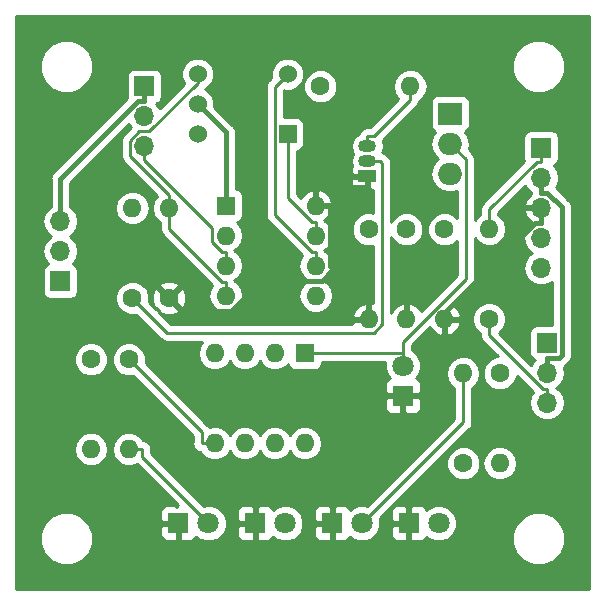
<source format=gbl>
G04 #@! TF.GenerationSoftware,KiCad,Pcbnew,(5.0.0)*
G04 #@! TF.CreationDate,2019-08-04T18:11:21+09:00*
G04 #@! TF.ProjectId,ir_send_mod,69725F73656E645F6D6F642E6B696361,rev?*
G04 #@! TF.SameCoordinates,Original*
G04 #@! TF.FileFunction,Copper,L2,Bot,Signal*
G04 #@! TF.FilePolarity,Positive*
%FSLAX46Y46*%
G04 Gerber Fmt 4.6, Leading zero omitted, Abs format (unit mm)*
G04 Created by KiCad (PCBNEW (5.0.0)) date 08/04/19 18:11:21*
%MOMM*%
%LPD*%
G01*
G04 APERTURE LIST*
G04 #@! TA.AperFunction,ComponentPad*
%ADD10R,1.600000X1.600000*%
G04 #@! TD*
G04 #@! TA.AperFunction,ComponentPad*
%ADD11O,1.600000X1.600000*%
G04 #@! TD*
G04 #@! TA.AperFunction,ComponentPad*
%ADD12C,1.800000*%
G04 #@! TD*
G04 #@! TA.AperFunction,ComponentPad*
%ADD13R,1.800000X1.800000*%
G04 #@! TD*
G04 #@! TA.AperFunction,ComponentPad*
%ADD14R,1.700000X1.700000*%
G04 #@! TD*
G04 #@! TA.AperFunction,ComponentPad*
%ADD15O,1.700000X1.700000*%
G04 #@! TD*
G04 #@! TA.AperFunction,ComponentPad*
%ADD16O,1.500000X1.050000*%
G04 #@! TD*
G04 #@! TA.AperFunction,ComponentPad*
%ADD17R,1.500000X1.050000*%
G04 #@! TD*
G04 #@! TA.AperFunction,ComponentPad*
%ADD18R,2.000000X1.905000*%
G04 #@! TD*
G04 #@! TA.AperFunction,ComponentPad*
%ADD19O,2.000000X1.905000*%
G04 #@! TD*
G04 #@! TA.AperFunction,ComponentPad*
%ADD20C,1.600000*%
G04 #@! TD*
G04 #@! TA.AperFunction,ComponentPad*
%ADD21C,1.524000*%
G04 #@! TD*
G04 #@! TA.AperFunction,ComponentPad*
%ADD22R,1.524000X1.524000*%
G04 #@! TD*
G04 #@! TA.AperFunction,Conductor*
%ADD23C,0.250000*%
G04 #@! TD*
G04 #@! TA.AperFunction,Conductor*
%ADD24C,0.400000*%
G04 #@! TD*
G04 #@! TA.AperFunction,Conductor*
%ADD25C,0.254000*%
G04 #@! TD*
G04 APERTURE END LIST*
D10*
G04 #@! TO.P,SW2,1*
G04 #@! TO.N,Net-(D5-Pad2)*
X53800000Y-73800000D03*
D11*
G04 #@! TO.P,SW2,5*
G04 #@! TO.N,Net-(R7-Pad1)*
X46180000Y-81420000D03*
G04 #@! TO.P,SW2,2*
G04 #@! TO.N,Net-(D5-Pad2)*
X51260000Y-73800000D03*
G04 #@! TO.P,SW2,6*
G04 #@! TO.N,Net-(R8-Pad1)*
X48720000Y-81420000D03*
G04 #@! TO.P,SW2,3*
G04 #@! TO.N,Net-(D5-Pad2)*
X48720000Y-73800000D03*
G04 #@! TO.P,SW2,7*
G04 #@! TO.N,Net-(R9-Pad1)*
X51260000Y-81420000D03*
G04 #@! TO.P,SW2,4*
G04 #@! TO.N,Net-(D5-Pad2)*
X46180000Y-73800000D03*
G04 #@! TO.P,SW2,8*
G04 #@! TO.N,Net-(R10-Pad1)*
X53800000Y-81420000D03*
G04 #@! TD*
D12*
G04 #@! TO.P,D1,2*
G04 #@! TO.N,Net-(D1-Pad2)*
X45640000Y-88200000D03*
D13*
G04 #@! TO.P,D1,1*
G04 #@! TO.N,GND*
X43100000Y-88200000D03*
G04 #@! TD*
G04 #@! TO.P,D2,1*
G04 #@! TO.N,GND*
X49600000Y-88200000D03*
D12*
G04 #@! TO.P,D2,2*
G04 #@! TO.N,Net-(D2-Pad2)*
X52140000Y-88200000D03*
G04 #@! TD*
G04 #@! TO.P,D3,2*
G04 #@! TO.N,Net-(D3-Pad2)*
X58640000Y-88200000D03*
D13*
G04 #@! TO.P,D3,1*
G04 #@! TO.N,GND*
X56100000Y-88200000D03*
G04 #@! TD*
G04 #@! TO.P,D4,1*
G04 #@! TO.N,GND*
X62600000Y-88200000D03*
D12*
G04 #@! TO.P,D4,2*
G04 #@! TO.N,Net-(D4-Pad2)*
X65140000Y-88200000D03*
G04 #@! TD*
D13*
G04 #@! TO.P,D5,1*
G04 #@! TO.N,GND*
X62100000Y-77400000D03*
D12*
G04 #@! TO.P,D5,2*
G04 #@! TO.N,Net-(D5-Pad2)*
X62100000Y-74860000D03*
G04 #@! TD*
D14*
G04 #@! TO.P,J1,1*
G04 #@! TO.N,Net-(J1-Pad1)*
X40200000Y-51200000D03*
D15*
G04 #@! TO.P,J1,2*
G04 #@! TO.N,GND*
X40200000Y-53740000D03*
G04 #@! TO.P,J1,3*
G04 #@! TO.N,Net-(J1-Pad3)*
X40200000Y-56280000D03*
G04 #@! TD*
D16*
G04 #@! TO.P,Q1,2*
G04 #@! TO.N,Net-(Q1-Pad2)*
X59100000Y-57530000D03*
G04 #@! TO.P,Q1,3*
G04 #@! TO.N,Net-(Q1-Pad3)*
X59100000Y-56260000D03*
D17*
G04 #@! TO.P,Q1,1*
G04 #@! TO.N,GND*
X59100000Y-58800000D03*
G04 #@! TD*
D18*
G04 #@! TO.P,Q2,1*
G04 #@! TO.N,Net-(Q1-Pad3)*
X66100000Y-53500000D03*
D19*
G04 #@! TO.P,Q2,2*
G04 #@! TO.N,Net-(D5-Pad2)*
X66100000Y-56040000D03*
G04 #@! TO.P,Q2,3*
G04 #@! TO.N,Net-(J1-Pad1)*
X66100000Y-58580000D03*
G04 #@! TD*
D20*
G04 #@! TO.P,R1,1*
G04 #@! TO.N,Net-(R1-Pad1)*
X59200000Y-63300000D03*
D11*
G04 #@! TO.P,R1,2*
G04 #@! TO.N,GND*
X59200000Y-70920000D03*
G04 #@! TD*
G04 #@! TO.P,R2,2*
G04 #@! TO.N,GND*
X62400000Y-70920000D03*
D20*
G04 #@! TO.P,R2,1*
G04 #@! TO.N,Net-(J2-Pad5)*
X62400000Y-63300000D03*
G04 #@! TD*
D11*
G04 #@! TO.P,R3,2*
G04 #@! TO.N,GND*
X65600000Y-70920000D03*
D20*
G04 #@! TO.P,R3,1*
G04 #@! TO.N,Net-(J2-Pad4)*
X65600000Y-63300000D03*
G04 #@! TD*
G04 #@! TO.P,R4,1*
G04 #@! TO.N,Net-(Q1-Pad2)*
X39200000Y-69120000D03*
D11*
G04 #@! TO.P,R4,2*
G04 #@! TO.N,Net-(R4-Pad2)*
X39200000Y-61500000D03*
G04 #@! TD*
D20*
G04 #@! TO.P,R5,1*
G04 #@! TO.N,GND*
X42300000Y-69120000D03*
D11*
G04 #@! TO.P,R5,2*
G04 #@! TO.N,Net-(J2-Pad1)*
X42300000Y-61500000D03*
G04 #@! TD*
G04 #@! TO.P,R6,2*
G04 #@! TO.N,Net-(Q1-Pad3)*
X62720000Y-51200000D03*
D20*
G04 #@! TO.P,R6,1*
G04 #@! TO.N,Net-(J1-Pad1)*
X55100000Y-51200000D03*
G04 #@! TD*
G04 #@! TO.P,R7,1*
G04 #@! TO.N,Net-(R7-Pad1)*
X38900000Y-74300000D03*
D11*
G04 #@! TO.P,R7,2*
G04 #@! TO.N,Net-(D1-Pad2)*
X38900000Y-81920000D03*
G04 #@! TD*
G04 #@! TO.P,R8,2*
G04 #@! TO.N,Net-(D2-Pad2)*
X35700000Y-81920000D03*
D20*
G04 #@! TO.P,R8,1*
G04 #@! TO.N,Net-(R8-Pad1)*
X35700000Y-74300000D03*
G04 #@! TD*
G04 #@! TO.P,R10,1*
G04 #@! TO.N,Net-(R10-Pad1)*
X70300000Y-75500000D03*
D11*
G04 #@! TO.P,R10,2*
G04 #@! TO.N,Net-(D4-Pad2)*
X70300000Y-83120000D03*
G04 #@! TD*
D21*
G04 #@! TO.P,SW1,2*
G04 #@! TO.N,Net-(J2-Pad5)*
X52340000Y-50160000D03*
D22*
G04 #@! TO.P,SW1,1*
G04 #@! TO.N,Net-(J2-Pad4)*
X52340000Y-55240000D03*
D21*
G04 #@! TO.P,SW1,8*
G04 #@! TO.N,Net-(J2-Pad1)*
X44720000Y-50160000D03*
G04 #@! TO.P,SW1,4*
G04 #@! TO.N,Net-(R1-Pad1)*
X44720000Y-55240000D03*
G04 #@! TO.P,SW1,C*
G04 #@! TO.N,Net-(J1-Pad1)*
X44720000Y-52700000D03*
G04 #@! TD*
D10*
G04 #@! TO.P,U1,1*
G04 #@! TO.N,Net-(J1-Pad1)*
X47100000Y-61300000D03*
D11*
G04 #@! TO.P,U1,5*
G04 #@! TO.N,Net-(R1-Pad1)*
X54720000Y-68920000D03*
G04 #@! TO.P,U1,2*
G04 #@! TO.N,Net-(R4-Pad2)*
X47100000Y-63840000D03*
G04 #@! TO.P,U1,6*
G04 #@! TO.N,Net-(J2-Pad5)*
X54720000Y-66380000D03*
G04 #@! TO.P,U1,3*
G04 #@! TO.N,Net-(J1-Pad3)*
X47100000Y-66380000D03*
G04 #@! TO.P,U1,7*
G04 #@! TO.N,Net-(J2-Pad4)*
X54720000Y-63840000D03*
G04 #@! TO.P,U1,4*
G04 #@! TO.N,Net-(J2-Pad1)*
X47100000Y-68920000D03*
G04 #@! TO.P,U1,8*
G04 #@! TO.N,GND*
X54720000Y-61300000D03*
G04 #@! TD*
D20*
G04 #@! TO.P,R9,1*
G04 #@! TO.N,Net-(R9-Pad1)*
X67200000Y-83120000D03*
D11*
G04 #@! TO.P,R9,2*
G04 #@! TO.N,Net-(D3-Pad2)*
X67200000Y-75500000D03*
G04 #@! TD*
D14*
G04 #@! TO.P,J2,1*
G04 #@! TO.N,Net-(J2-Pad1)*
X73800000Y-56400000D03*
D15*
G04 #@! TO.P,J2,2*
G04 #@! TO.N,Net-(J1-Pad1)*
X73800000Y-58940000D03*
G04 #@! TO.P,J2,3*
G04 #@! TO.N,GND*
X73800000Y-61480000D03*
G04 #@! TO.P,J2,4*
G04 #@! TO.N,Net-(J2-Pad4)*
X73800000Y-64020000D03*
G04 #@! TO.P,J2,5*
G04 #@! TO.N,Net-(J2-Pad5)*
X73800000Y-66560000D03*
G04 #@! TD*
D20*
G04 #@! TO.P,R11,1*
G04 #@! TO.N,Net-(R11-Pad1)*
X69400000Y-70900000D03*
D11*
G04 #@! TO.P,R11,2*
G04 #@! TO.N,Net-(J2-Pad1)*
X69400000Y-63280000D03*
G04 #@! TD*
D14*
G04 #@! TO.P,SW3,1*
G04 #@! TO.N,Net-(SW3-Pad1)*
X33100000Y-67700000D03*
D15*
G04 #@! TO.P,SW3,2*
G04 #@! TO.N,Net-(R4-Pad2)*
X33100000Y-65160000D03*
G04 #@! TO.P,SW3,3*
G04 #@! TO.N,Net-(J1-Pad1)*
X33100000Y-62620000D03*
G04 #@! TD*
G04 #@! TO.P,SW4,3*
G04 #@! TO.N,Net-(R11-Pad1)*
X74300000Y-77980000D03*
G04 #@! TO.P,SW4,2*
G04 #@! TO.N,Net-(J1-Pad1)*
X74300000Y-75440000D03*
D14*
G04 #@! TO.P,SW4,1*
G04 #@! TO.N,Net-(SW4-Pad1)*
X74300000Y-72900000D03*
G04 #@! TD*
D23*
G04 #@! TO.N,Net-(D1-Pad2)*
X38900000Y-81920000D02*
X40025300Y-81920000D01*
X40025300Y-81920000D02*
X40025300Y-82585300D01*
X40025300Y-82585300D02*
X45640000Y-88200000D01*
D24*
G04 #@! TO.N,GND*
X56184900Y-66704500D02*
X55920300Y-66440000D01*
X55920300Y-66440000D02*
X55920300Y-61300000D01*
X59200000Y-69719700D02*
X56184900Y-66704500D01*
X56184900Y-66704500D02*
X55239400Y-67650000D01*
X55239400Y-67650000D02*
X50102400Y-67650000D01*
X50102400Y-67650000D02*
X47568200Y-70184200D01*
X47568200Y-70184200D02*
X43364200Y-70184200D01*
X43364200Y-70184200D02*
X42300000Y-69120000D01*
X59200000Y-70920000D02*
X59200000Y-69719700D01*
X59100000Y-59725300D02*
X57495000Y-59725300D01*
X57495000Y-59725300D02*
X55920300Y-61300000D01*
X54720000Y-61300000D02*
X55920300Y-61300000D01*
X59100000Y-58800000D02*
X59100000Y-59725300D01*
X73800000Y-61480000D02*
X73800000Y-62730300D01*
X73800000Y-62730300D02*
X73248800Y-62730300D01*
X73248800Y-62730300D02*
X65600000Y-70379100D01*
X65600000Y-70379100D02*
X65600000Y-70920000D01*
X62100000Y-77400000D02*
X62100000Y-80899700D01*
X62100000Y-80899700D02*
X56100000Y-86899700D01*
X56100000Y-88200000D02*
X56100000Y-86899700D01*
D23*
G04 #@! TO.N,Net-(D3-Pad2)*
X67200000Y-75500000D02*
X67200000Y-79640000D01*
X67200000Y-79640000D02*
X58640000Y-88200000D01*
G04 #@! TO.N,Net-(D5-Pad2)*
X62100000Y-73800000D02*
X62100000Y-74860000D01*
X66100000Y-56040000D02*
X67429300Y-57369300D01*
X67429300Y-57369300D02*
X67429300Y-67482300D01*
X67429300Y-67482300D02*
X62100000Y-72811600D01*
X62100000Y-72811600D02*
X62100000Y-73800000D01*
X62100000Y-73800000D02*
X54925300Y-73800000D01*
X53800000Y-73800000D02*
X54925300Y-73800000D01*
D24*
G04 #@! TO.N,Net-(J1-Pad1)*
X40200000Y-51200000D02*
X40200000Y-52450300D01*
X33100000Y-62620000D02*
X33100000Y-59003300D01*
X33100000Y-59003300D02*
X39653000Y-52450300D01*
X39653000Y-52450300D02*
X40200000Y-52450300D01*
X47100000Y-61300000D02*
X47100000Y-55080000D01*
X47100000Y-55080000D02*
X44720000Y-52700000D01*
X73800000Y-58940000D02*
X73800000Y-60190300D01*
X74300000Y-75440000D02*
X74300000Y-74189700D01*
X74300000Y-74189700D02*
X75315900Y-74189700D01*
X75315900Y-74189700D02*
X75559200Y-73946400D01*
X75559200Y-73946400D02*
X75559200Y-61431400D01*
X75559200Y-61431400D02*
X74318100Y-60190300D01*
X74318100Y-60190300D02*
X73800000Y-60190300D01*
D23*
G04 #@! TO.N,Net-(J1-Pad3)*
X40200000Y-56280000D02*
X40200000Y-57455300D01*
X47100000Y-66380000D02*
X47100000Y-65254700D01*
X47100000Y-65254700D02*
X46818600Y-65254700D01*
X46818600Y-65254700D02*
X45974700Y-64410800D01*
X45974700Y-64410800D02*
X45974700Y-63230000D01*
X45974700Y-63230000D02*
X40200000Y-57455300D01*
G04 #@! TO.N,Net-(Q1-Pad2)*
X59100000Y-57530000D02*
X60175300Y-57530000D01*
X39200000Y-69120000D02*
X42157900Y-72077900D01*
X42157900Y-72077900D02*
X59634900Y-72077900D01*
X59634900Y-72077900D02*
X60349900Y-71362900D01*
X60349900Y-71362900D02*
X60349900Y-57704600D01*
X60349900Y-57704600D02*
X60175300Y-57530000D01*
G04 #@! TO.N,Net-(Q1-Pad3)*
X59100000Y-56260000D02*
X59100000Y-55409700D01*
X62720000Y-51200000D02*
X62720000Y-52325300D01*
X62720000Y-52325300D02*
X59635600Y-55409700D01*
X59635600Y-55409700D02*
X59100000Y-55409700D01*
G04 #@! TO.N,Net-(R7-Pad1)*
X46180000Y-81420000D02*
X45054700Y-81420000D01*
X38900000Y-74300000D02*
X45054700Y-80454700D01*
X45054700Y-80454700D02*
X45054700Y-81420000D01*
G04 #@! TO.N,Net-(J2-Pad1)*
X42300000Y-61500000D02*
X42300000Y-60374700D01*
X44720000Y-50160000D02*
X44720000Y-50884200D01*
X44720000Y-50884200D02*
X40594200Y-55010000D01*
X40594200Y-55010000D02*
X39795100Y-55010000D01*
X39795100Y-55010000D02*
X39003400Y-55801700D01*
X39003400Y-55801700D02*
X39003400Y-57078100D01*
X39003400Y-57078100D02*
X42300000Y-60374700D01*
X47100000Y-68920000D02*
X47100000Y-67794700D01*
X47100000Y-67794700D02*
X46818700Y-67794700D01*
X46818700Y-67794700D02*
X42300000Y-63276000D01*
X42300000Y-63276000D02*
X42300000Y-61500000D01*
X73800000Y-56400000D02*
X73800000Y-57575300D01*
X73800000Y-57575300D02*
X73432700Y-57575300D01*
X73432700Y-57575300D02*
X69400000Y-61608000D01*
X69400000Y-61608000D02*
X69400000Y-63280000D01*
G04 #@! TO.N,Net-(J2-Pad4)*
X54720000Y-63840000D02*
X54720000Y-62714700D01*
X54720000Y-62714700D02*
X54438700Y-62714700D01*
X54438700Y-62714700D02*
X52340000Y-60616000D01*
X52340000Y-60616000D02*
X52340000Y-55240000D01*
G04 #@! TO.N,Net-(J2-Pad5)*
X54720000Y-66380000D02*
X54720000Y-65254700D01*
X54720000Y-65254700D02*
X54438700Y-65254700D01*
X54438700Y-65254700D02*
X51252600Y-62068600D01*
X51252600Y-62068600D02*
X51252600Y-51247400D01*
X51252600Y-51247400D02*
X52340000Y-50160000D01*
G04 #@! TO.N,Net-(R11-Pad1)*
X74300000Y-77980000D02*
X74300000Y-76804700D01*
X74300000Y-76804700D02*
X73932600Y-76804700D01*
X73932600Y-76804700D02*
X69400000Y-72272100D01*
X69400000Y-72272100D02*
X69400000Y-70900000D01*
G04 #@! TD*
D25*
G04 #@! TO.N,GND*
G36*
X77865001Y-93765000D02*
X29335000Y-93765000D01*
X29335000Y-89055431D01*
X31365000Y-89055431D01*
X31365000Y-89944569D01*
X31705259Y-90766026D01*
X32333974Y-91394741D01*
X33155431Y-91735000D01*
X34044569Y-91735000D01*
X34866026Y-91394741D01*
X35494741Y-90766026D01*
X35835000Y-89944569D01*
X35835000Y-89055431D01*
X35599031Y-88485750D01*
X41565000Y-88485750D01*
X41565000Y-89226310D01*
X41661673Y-89459699D01*
X41840302Y-89638327D01*
X42073691Y-89735000D01*
X42814250Y-89735000D01*
X42973000Y-89576250D01*
X42973000Y-88327000D01*
X41723750Y-88327000D01*
X41565000Y-88485750D01*
X35599031Y-88485750D01*
X35494741Y-88233974D01*
X34866026Y-87605259D01*
X34044569Y-87265000D01*
X33155431Y-87265000D01*
X32333974Y-87605259D01*
X31705259Y-88233974D01*
X31365000Y-89055431D01*
X29335000Y-89055431D01*
X29335000Y-81920000D01*
X34236887Y-81920000D01*
X34348260Y-82479909D01*
X34665423Y-82954577D01*
X35140091Y-83271740D01*
X35558667Y-83355000D01*
X35841333Y-83355000D01*
X36259909Y-83271740D01*
X36734577Y-82954577D01*
X37051740Y-82479909D01*
X37163113Y-81920000D01*
X37436887Y-81920000D01*
X37548260Y-82479909D01*
X37865423Y-82954577D01*
X38340091Y-83271740D01*
X38758667Y-83355000D01*
X39041333Y-83355000D01*
X39459909Y-83271740D01*
X39566031Y-83200832D01*
X43030198Y-86665000D01*
X42972998Y-86665000D01*
X42972998Y-86823748D01*
X42814250Y-86665000D01*
X42073691Y-86665000D01*
X41840302Y-86761673D01*
X41661673Y-86940301D01*
X41565000Y-87173690D01*
X41565000Y-87914250D01*
X41723750Y-88073000D01*
X42973000Y-88073000D01*
X42973000Y-88053000D01*
X43227000Y-88053000D01*
X43227000Y-88073000D01*
X43247000Y-88073000D01*
X43247000Y-88327000D01*
X43227000Y-88327000D01*
X43227000Y-89576250D01*
X43385750Y-89735000D01*
X44126309Y-89735000D01*
X44359698Y-89638327D01*
X44538327Y-89459699D01*
X44594139Y-89324956D01*
X44770493Y-89501310D01*
X45334670Y-89735000D01*
X45945330Y-89735000D01*
X46509507Y-89501310D01*
X46941310Y-89069507D01*
X47175000Y-88505330D01*
X47175000Y-88485750D01*
X48065000Y-88485750D01*
X48065000Y-89226310D01*
X48161673Y-89459699D01*
X48340302Y-89638327D01*
X48573691Y-89735000D01*
X49314250Y-89735000D01*
X49473000Y-89576250D01*
X49473000Y-88327000D01*
X48223750Y-88327000D01*
X48065000Y-88485750D01*
X47175000Y-88485750D01*
X47175000Y-87894670D01*
X46941310Y-87330493D01*
X46784507Y-87173690D01*
X48065000Y-87173690D01*
X48065000Y-87914250D01*
X48223750Y-88073000D01*
X49473000Y-88073000D01*
X49473000Y-86823750D01*
X49727000Y-86823750D01*
X49727000Y-88073000D01*
X49747000Y-88073000D01*
X49747000Y-88327000D01*
X49727000Y-88327000D01*
X49727000Y-89576250D01*
X49885750Y-89735000D01*
X50626309Y-89735000D01*
X50859698Y-89638327D01*
X51038327Y-89459699D01*
X51094139Y-89324956D01*
X51270493Y-89501310D01*
X51834670Y-89735000D01*
X52445330Y-89735000D01*
X53009507Y-89501310D01*
X53441310Y-89069507D01*
X53675000Y-88505330D01*
X53675000Y-88485750D01*
X54565000Y-88485750D01*
X54565000Y-89226310D01*
X54661673Y-89459699D01*
X54840302Y-89638327D01*
X55073691Y-89735000D01*
X55814250Y-89735000D01*
X55973000Y-89576250D01*
X55973000Y-88327000D01*
X54723750Y-88327000D01*
X54565000Y-88485750D01*
X53675000Y-88485750D01*
X53675000Y-87894670D01*
X53441310Y-87330493D01*
X53284507Y-87173690D01*
X54565000Y-87173690D01*
X54565000Y-87914250D01*
X54723750Y-88073000D01*
X55973000Y-88073000D01*
X55973000Y-86823750D01*
X56227000Y-86823750D01*
X56227000Y-88073000D01*
X56247000Y-88073000D01*
X56247000Y-88327000D01*
X56227000Y-88327000D01*
X56227000Y-89576250D01*
X56385750Y-89735000D01*
X57126309Y-89735000D01*
X57359698Y-89638327D01*
X57538327Y-89459699D01*
X57594139Y-89324956D01*
X57770493Y-89501310D01*
X58334670Y-89735000D01*
X58945330Y-89735000D01*
X59509507Y-89501310D01*
X59941310Y-89069507D01*
X60175000Y-88505330D01*
X60175000Y-88485750D01*
X61065000Y-88485750D01*
X61065000Y-89226310D01*
X61161673Y-89459699D01*
X61340302Y-89638327D01*
X61573691Y-89735000D01*
X62314250Y-89735000D01*
X62473000Y-89576250D01*
X62473000Y-88327000D01*
X61223750Y-88327000D01*
X61065000Y-88485750D01*
X60175000Y-88485750D01*
X60175000Y-87894670D01*
X60129640Y-87785161D01*
X60741111Y-87173690D01*
X61065000Y-87173690D01*
X61065000Y-87914250D01*
X61223750Y-88073000D01*
X62473000Y-88073000D01*
X62473000Y-86823750D01*
X62727000Y-86823750D01*
X62727000Y-88073000D01*
X62747000Y-88073000D01*
X62747000Y-88327000D01*
X62727000Y-88327000D01*
X62727000Y-89576250D01*
X62885750Y-89735000D01*
X63626309Y-89735000D01*
X63859698Y-89638327D01*
X64038327Y-89459699D01*
X64094139Y-89324956D01*
X64270493Y-89501310D01*
X64834670Y-89735000D01*
X65445330Y-89735000D01*
X66009507Y-89501310D01*
X66441310Y-89069507D01*
X66447140Y-89055431D01*
X71365000Y-89055431D01*
X71365000Y-89944569D01*
X71705259Y-90766026D01*
X72333974Y-91394741D01*
X73155431Y-91735000D01*
X74044569Y-91735000D01*
X74866026Y-91394741D01*
X75494741Y-90766026D01*
X75835000Y-89944569D01*
X75835000Y-89055431D01*
X75494741Y-88233974D01*
X74866026Y-87605259D01*
X74044569Y-87265000D01*
X73155431Y-87265000D01*
X72333974Y-87605259D01*
X71705259Y-88233974D01*
X71365000Y-89055431D01*
X66447140Y-89055431D01*
X66675000Y-88505330D01*
X66675000Y-87894670D01*
X66441310Y-87330493D01*
X66009507Y-86898690D01*
X65445330Y-86665000D01*
X64834670Y-86665000D01*
X64270493Y-86898690D01*
X64094139Y-87075044D01*
X64038327Y-86940301D01*
X63859698Y-86761673D01*
X63626309Y-86665000D01*
X62885750Y-86665000D01*
X62727000Y-86823750D01*
X62473000Y-86823750D01*
X62314250Y-86665000D01*
X61573691Y-86665000D01*
X61340302Y-86761673D01*
X61161673Y-86940301D01*
X61065000Y-87173690D01*
X60741111Y-87173690D01*
X65080240Y-82834561D01*
X65765000Y-82834561D01*
X65765000Y-83405439D01*
X65983466Y-83932862D01*
X66387138Y-84336534D01*
X66914561Y-84555000D01*
X67485439Y-84555000D01*
X68012862Y-84336534D01*
X68416534Y-83932862D01*
X68635000Y-83405439D01*
X68635000Y-83120000D01*
X68836887Y-83120000D01*
X68948260Y-83679909D01*
X69265423Y-84154577D01*
X69740091Y-84471740D01*
X70158667Y-84555000D01*
X70441333Y-84555000D01*
X70859909Y-84471740D01*
X71334577Y-84154577D01*
X71651740Y-83679909D01*
X71763113Y-83120000D01*
X71651740Y-82560091D01*
X71334577Y-82085423D01*
X70859909Y-81768260D01*
X70441333Y-81685000D01*
X70158667Y-81685000D01*
X69740091Y-81768260D01*
X69265423Y-82085423D01*
X68948260Y-82560091D01*
X68836887Y-83120000D01*
X68635000Y-83120000D01*
X68635000Y-82834561D01*
X68416534Y-82307138D01*
X68012862Y-81903466D01*
X67485439Y-81685000D01*
X66914561Y-81685000D01*
X66387138Y-81903466D01*
X65983466Y-82307138D01*
X65765000Y-82834561D01*
X65080240Y-82834561D01*
X67684473Y-80230329D01*
X67747929Y-80187929D01*
X67915904Y-79936537D01*
X67960000Y-79714852D01*
X67960000Y-79714848D01*
X67974888Y-79640001D01*
X67960000Y-79565154D01*
X67960000Y-76718043D01*
X68234577Y-76534577D01*
X68551740Y-76059909D01*
X68663113Y-75500000D01*
X68551740Y-74940091D01*
X68234577Y-74465423D01*
X67759909Y-74148260D01*
X67341333Y-74065000D01*
X67058667Y-74065000D01*
X66640091Y-74148260D01*
X66165423Y-74465423D01*
X65848260Y-74940091D01*
X65736887Y-75500000D01*
X65848260Y-76059909D01*
X66165423Y-76534577D01*
X66440000Y-76718044D01*
X66440001Y-79325197D01*
X59054839Y-86710360D01*
X58945330Y-86665000D01*
X58334670Y-86665000D01*
X57770493Y-86898690D01*
X57594139Y-87075044D01*
X57538327Y-86940301D01*
X57359698Y-86761673D01*
X57126309Y-86665000D01*
X56385750Y-86665000D01*
X56227000Y-86823750D01*
X55973000Y-86823750D01*
X55814250Y-86665000D01*
X55073691Y-86665000D01*
X54840302Y-86761673D01*
X54661673Y-86940301D01*
X54565000Y-87173690D01*
X53284507Y-87173690D01*
X53009507Y-86898690D01*
X52445330Y-86665000D01*
X51834670Y-86665000D01*
X51270493Y-86898690D01*
X51094139Y-87075044D01*
X51038327Y-86940301D01*
X50859698Y-86761673D01*
X50626309Y-86665000D01*
X49885750Y-86665000D01*
X49727000Y-86823750D01*
X49473000Y-86823750D01*
X49314250Y-86665000D01*
X48573691Y-86665000D01*
X48340302Y-86761673D01*
X48161673Y-86940301D01*
X48065000Y-87173690D01*
X46784507Y-87173690D01*
X46509507Y-86898690D01*
X45945330Y-86665000D01*
X45334670Y-86665000D01*
X45225162Y-86710360D01*
X40785300Y-82270499D01*
X40785300Y-81994852D01*
X40800189Y-81920000D01*
X40753445Y-81685000D01*
X40741204Y-81623463D01*
X40573229Y-81372071D01*
X40359988Y-81229588D01*
X40321837Y-81204096D01*
X40120786Y-81164104D01*
X39934577Y-80885423D01*
X39459909Y-80568260D01*
X39041333Y-80485000D01*
X38758667Y-80485000D01*
X38340091Y-80568260D01*
X37865423Y-80885423D01*
X37548260Y-81360091D01*
X37436887Y-81920000D01*
X37163113Y-81920000D01*
X37051740Y-81360091D01*
X36734577Y-80885423D01*
X36259909Y-80568260D01*
X35841333Y-80485000D01*
X35558667Y-80485000D01*
X35140091Y-80568260D01*
X34665423Y-80885423D01*
X34348260Y-81360091D01*
X34236887Y-81920000D01*
X29335000Y-81920000D01*
X29335000Y-74014561D01*
X34265000Y-74014561D01*
X34265000Y-74585439D01*
X34483466Y-75112862D01*
X34887138Y-75516534D01*
X35414561Y-75735000D01*
X35985439Y-75735000D01*
X36512862Y-75516534D01*
X36916534Y-75112862D01*
X37135000Y-74585439D01*
X37135000Y-74014561D01*
X37465000Y-74014561D01*
X37465000Y-74585439D01*
X37683466Y-75112862D01*
X38087138Y-75516534D01*
X38614561Y-75735000D01*
X39185439Y-75735000D01*
X39238302Y-75713103D01*
X44294700Y-80769502D01*
X44294701Y-81345144D01*
X44279811Y-81420000D01*
X44338796Y-81716537D01*
X44506771Y-81967929D01*
X44758163Y-82135904D01*
X44959214Y-82175896D01*
X45145423Y-82454577D01*
X45620091Y-82771740D01*
X46038667Y-82855000D01*
X46321333Y-82855000D01*
X46739909Y-82771740D01*
X47214577Y-82454577D01*
X47450000Y-82102242D01*
X47685423Y-82454577D01*
X48160091Y-82771740D01*
X48578667Y-82855000D01*
X48861333Y-82855000D01*
X49279909Y-82771740D01*
X49754577Y-82454577D01*
X49990000Y-82102242D01*
X50225423Y-82454577D01*
X50700091Y-82771740D01*
X51118667Y-82855000D01*
X51401333Y-82855000D01*
X51819909Y-82771740D01*
X52294577Y-82454577D01*
X52530000Y-82102242D01*
X52765423Y-82454577D01*
X53240091Y-82771740D01*
X53658667Y-82855000D01*
X53941333Y-82855000D01*
X54359909Y-82771740D01*
X54834577Y-82454577D01*
X55151740Y-81979909D01*
X55263113Y-81420000D01*
X55151740Y-80860091D01*
X54834577Y-80385423D01*
X54359909Y-80068260D01*
X53941333Y-79985000D01*
X53658667Y-79985000D01*
X53240091Y-80068260D01*
X52765423Y-80385423D01*
X52530000Y-80737758D01*
X52294577Y-80385423D01*
X51819909Y-80068260D01*
X51401333Y-79985000D01*
X51118667Y-79985000D01*
X50700091Y-80068260D01*
X50225423Y-80385423D01*
X49990000Y-80737758D01*
X49754577Y-80385423D01*
X49279909Y-80068260D01*
X48861333Y-79985000D01*
X48578667Y-79985000D01*
X48160091Y-80068260D01*
X47685423Y-80385423D01*
X47450000Y-80737758D01*
X47214577Y-80385423D01*
X46739909Y-80068260D01*
X46321333Y-79985000D01*
X46038667Y-79985000D01*
X45699922Y-80052381D01*
X45602629Y-79906771D01*
X45539173Y-79864371D01*
X43360552Y-77685750D01*
X60565000Y-77685750D01*
X60565000Y-78426309D01*
X60661673Y-78659698D01*
X60840301Y-78838327D01*
X61073690Y-78935000D01*
X61814250Y-78935000D01*
X61973000Y-78776250D01*
X61973000Y-77527000D01*
X62227000Y-77527000D01*
X62227000Y-78776250D01*
X62385750Y-78935000D01*
X63126310Y-78935000D01*
X63359699Y-78838327D01*
X63538327Y-78659698D01*
X63635000Y-78426309D01*
X63635000Y-77685750D01*
X63476250Y-77527000D01*
X62227000Y-77527000D01*
X61973000Y-77527000D01*
X60723750Y-77527000D01*
X60565000Y-77685750D01*
X43360552Y-77685750D01*
X40313103Y-74638302D01*
X40335000Y-74585439D01*
X40335000Y-74014561D01*
X40116534Y-73487138D01*
X39712862Y-73083466D01*
X39185439Y-72865000D01*
X38614561Y-72865000D01*
X38087138Y-73083466D01*
X37683466Y-73487138D01*
X37465000Y-74014561D01*
X37135000Y-74014561D01*
X36916534Y-73487138D01*
X36512862Y-73083466D01*
X35985439Y-72865000D01*
X35414561Y-72865000D01*
X34887138Y-73083466D01*
X34483466Y-73487138D01*
X34265000Y-74014561D01*
X29335000Y-74014561D01*
X29335000Y-62620000D01*
X31585908Y-62620000D01*
X31701161Y-63199418D01*
X32029375Y-63690625D01*
X32327761Y-63890000D01*
X32029375Y-64089375D01*
X31701161Y-64580582D01*
X31585908Y-65160000D01*
X31701161Y-65739418D01*
X32029375Y-66230625D01*
X32047619Y-66242816D01*
X32002235Y-66251843D01*
X31792191Y-66392191D01*
X31651843Y-66602235D01*
X31602560Y-66850000D01*
X31602560Y-68550000D01*
X31651843Y-68797765D01*
X31792191Y-69007809D01*
X32002235Y-69148157D01*
X32250000Y-69197440D01*
X33950000Y-69197440D01*
X34197765Y-69148157D01*
X34407809Y-69007809D01*
X34523570Y-68834561D01*
X37765000Y-68834561D01*
X37765000Y-69405439D01*
X37983466Y-69932862D01*
X38387138Y-70336534D01*
X38914561Y-70555000D01*
X39485439Y-70555000D01*
X39538302Y-70533103D01*
X41567573Y-72562376D01*
X41609971Y-72625829D01*
X41673424Y-72668227D01*
X41673426Y-72668229D01*
X41775973Y-72736748D01*
X41861363Y-72793804D01*
X42083048Y-72837900D01*
X42083052Y-72837900D01*
X42157899Y-72852788D01*
X42232746Y-72837900D01*
X45096995Y-72837900D01*
X44828260Y-73240091D01*
X44716887Y-73800000D01*
X44828260Y-74359909D01*
X45145423Y-74834577D01*
X45620091Y-75151740D01*
X46038667Y-75235000D01*
X46321333Y-75235000D01*
X46739909Y-75151740D01*
X47214577Y-74834577D01*
X47450000Y-74482242D01*
X47685423Y-74834577D01*
X48160091Y-75151740D01*
X48578667Y-75235000D01*
X48861333Y-75235000D01*
X49279909Y-75151740D01*
X49754577Y-74834577D01*
X49990000Y-74482242D01*
X50225423Y-74834577D01*
X50700091Y-75151740D01*
X51118667Y-75235000D01*
X51401333Y-75235000D01*
X51819909Y-75151740D01*
X52294577Y-74834577D01*
X52375215Y-74713894D01*
X52401843Y-74847765D01*
X52542191Y-75057809D01*
X52752235Y-75198157D01*
X53000000Y-75247440D01*
X54600000Y-75247440D01*
X54847765Y-75198157D01*
X55057809Y-75057809D01*
X55198157Y-74847765D01*
X55247440Y-74600000D01*
X55247440Y-74560000D01*
X60565000Y-74560000D01*
X60565000Y-75165330D01*
X60798690Y-75729507D01*
X60975044Y-75905861D01*
X60840301Y-75961673D01*
X60661673Y-76140302D01*
X60565000Y-76373691D01*
X60565000Y-77114250D01*
X60723750Y-77273000D01*
X61973000Y-77273000D01*
X61973000Y-77253000D01*
X62227000Y-77253000D01*
X62227000Y-77273000D01*
X63476250Y-77273000D01*
X63635000Y-77114250D01*
X63635000Y-76373691D01*
X63538327Y-76140302D01*
X63359699Y-75961673D01*
X63224956Y-75905861D01*
X63401310Y-75729507D01*
X63635000Y-75165330D01*
X63635000Y-74554670D01*
X63401310Y-73990493D01*
X62969507Y-73558690D01*
X62860000Y-73513331D01*
X62860000Y-73126401D01*
X64371687Y-71614714D01*
X64447611Y-71775134D01*
X64862577Y-72151041D01*
X65250961Y-72311904D01*
X65473000Y-72189915D01*
X65473000Y-71047000D01*
X65727000Y-71047000D01*
X65727000Y-72189915D01*
X65949039Y-72311904D01*
X66337423Y-72151041D01*
X66752389Y-71775134D01*
X66991914Y-71269041D01*
X66870629Y-71047000D01*
X65727000Y-71047000D01*
X65473000Y-71047000D01*
X65453000Y-71047000D01*
X65453000Y-70793000D01*
X65473000Y-70793000D01*
X65473000Y-70773000D01*
X65727000Y-70773000D01*
X65727000Y-70793000D01*
X66870629Y-70793000D01*
X66991914Y-70570959D01*
X66752389Y-70064866D01*
X66337423Y-69688959D01*
X66309153Y-69677250D01*
X67913776Y-68072627D01*
X67977229Y-68030229D01*
X68019627Y-67966776D01*
X68019629Y-67966774D01*
X68103402Y-67841398D01*
X68145204Y-67778837D01*
X68189300Y-67557152D01*
X68189300Y-67557148D01*
X68204188Y-67482301D01*
X68189300Y-67407454D01*
X68189300Y-64050990D01*
X68365423Y-64314577D01*
X68840091Y-64631740D01*
X69258667Y-64715000D01*
X69541333Y-64715000D01*
X69959909Y-64631740D01*
X70434577Y-64314577D01*
X70751740Y-63839909D01*
X70863113Y-63280000D01*
X70751740Y-62720091D01*
X70434577Y-62245423D01*
X70160000Y-62061957D01*
X70160000Y-61922801D01*
X72466138Y-59616663D01*
X72729375Y-60010625D01*
X72954465Y-60161025D01*
X72948642Y-60190300D01*
X72963273Y-60263857D01*
X72918642Y-60284817D01*
X72528355Y-60713076D01*
X72358524Y-61123110D01*
X72479845Y-61353000D01*
X73673000Y-61353000D01*
X73673000Y-61333000D01*
X73927000Y-61333000D01*
X73927000Y-61353000D01*
X73947000Y-61353000D01*
X73947000Y-61607000D01*
X73927000Y-61607000D01*
X73927000Y-61627000D01*
X73673000Y-61627000D01*
X73673000Y-61607000D01*
X72479845Y-61607000D01*
X72358524Y-61836890D01*
X72528355Y-62246924D01*
X72918642Y-62675183D01*
X73048478Y-62736157D01*
X72729375Y-62949375D01*
X72401161Y-63440582D01*
X72285908Y-64020000D01*
X72401161Y-64599418D01*
X72729375Y-65090625D01*
X73027761Y-65290000D01*
X72729375Y-65489375D01*
X72401161Y-65980582D01*
X72285908Y-66560000D01*
X72401161Y-67139418D01*
X72729375Y-67630625D01*
X73220582Y-67958839D01*
X73653744Y-68045000D01*
X73946256Y-68045000D01*
X74379418Y-67958839D01*
X74724200Y-67728463D01*
X74724200Y-71402560D01*
X73450000Y-71402560D01*
X73202235Y-71451843D01*
X72992191Y-71592191D01*
X72851843Y-71802235D01*
X72802560Y-72050000D01*
X72802560Y-73750000D01*
X72851843Y-73997765D01*
X72992191Y-74207809D01*
X73202235Y-74348157D01*
X73247619Y-74357184D01*
X73229375Y-74369375D01*
X72966098Y-74763396D01*
X70266049Y-72063347D01*
X70616534Y-71712862D01*
X70835000Y-71185439D01*
X70835000Y-70614561D01*
X70616534Y-70087138D01*
X70212862Y-69683466D01*
X69685439Y-69465000D01*
X69114561Y-69465000D01*
X68587138Y-69683466D01*
X68183466Y-70087138D01*
X67965000Y-70614561D01*
X67965000Y-71185439D01*
X68183466Y-71712862D01*
X68587138Y-72116534D01*
X68640000Y-72138430D01*
X68640000Y-72197253D01*
X68625112Y-72272100D01*
X68640000Y-72346947D01*
X68640000Y-72346951D01*
X68684096Y-72568636D01*
X68852071Y-72820029D01*
X68915530Y-72862431D01*
X70118098Y-74065000D01*
X70014561Y-74065000D01*
X69487138Y-74283466D01*
X69083466Y-74687138D01*
X68865000Y-75214561D01*
X68865000Y-75785439D01*
X69083466Y-76312862D01*
X69487138Y-76716534D01*
X70014561Y-76935000D01*
X70585439Y-76935000D01*
X71112862Y-76716534D01*
X71516534Y-76312862D01*
X71735000Y-75785439D01*
X71735000Y-75681902D01*
X73122469Y-77069372D01*
X72901161Y-77400582D01*
X72785908Y-77980000D01*
X72901161Y-78559418D01*
X73229375Y-79050625D01*
X73720582Y-79378839D01*
X74153744Y-79465000D01*
X74446256Y-79465000D01*
X74879418Y-79378839D01*
X75370625Y-79050625D01*
X75698839Y-78559418D01*
X75814092Y-77980000D01*
X75698839Y-77400582D01*
X75370625Y-76909375D01*
X75072239Y-76710000D01*
X75370625Y-76510625D01*
X75698839Y-76019418D01*
X75814092Y-75440000D01*
X75712445Y-74928983D01*
X75917901Y-74791701D01*
X75964487Y-74721980D01*
X76091480Y-74594987D01*
X76161201Y-74548401D01*
X76345752Y-74272201D01*
X76394200Y-74028637D01*
X76394200Y-74028634D01*
X76410557Y-73946401D01*
X76394200Y-73864168D01*
X76394200Y-61513632D01*
X76410557Y-61431399D01*
X76394200Y-61349166D01*
X76394200Y-61349163D01*
X76345752Y-61105599D01*
X76216752Y-60912537D01*
X76207784Y-60899115D01*
X76207783Y-60899114D01*
X76161201Y-60829399D01*
X76091485Y-60782816D01*
X75050336Y-59741669D01*
X75198839Y-59519418D01*
X75314092Y-58940000D01*
X75198839Y-58360582D01*
X74870625Y-57869375D01*
X74852381Y-57857184D01*
X74897765Y-57848157D01*
X75107809Y-57707809D01*
X75248157Y-57497765D01*
X75297440Y-57250000D01*
X75297440Y-55550000D01*
X75248157Y-55302235D01*
X75107809Y-55092191D01*
X74897765Y-54951843D01*
X74650000Y-54902560D01*
X72950000Y-54902560D01*
X72702235Y-54951843D01*
X72492191Y-55092191D01*
X72351843Y-55302235D01*
X72302560Y-55550000D01*
X72302560Y-57250000D01*
X72351843Y-57497765D01*
X72385325Y-57547873D01*
X68915530Y-61017669D01*
X68852071Y-61060071D01*
X68684096Y-61311464D01*
X68640000Y-61533149D01*
X68640000Y-61533153D01*
X68625112Y-61608000D01*
X68640000Y-61682847D01*
X68640000Y-62061956D01*
X68365423Y-62245423D01*
X68189300Y-62509010D01*
X68189300Y-57444146D01*
X68204188Y-57369299D01*
X68189300Y-57294452D01*
X68189300Y-57294448D01*
X68145204Y-57072763D01*
X67977229Y-56821371D01*
X67913773Y-56778971D01*
X67667997Y-56533195D01*
X67766100Y-56040000D01*
X67642891Y-55420589D01*
X67380912Y-55028509D01*
X67557809Y-54910309D01*
X67698157Y-54700265D01*
X67747440Y-54452500D01*
X67747440Y-52547500D01*
X67698157Y-52299735D01*
X67557809Y-52089691D01*
X67347765Y-51949343D01*
X67100000Y-51900060D01*
X65100000Y-51900060D01*
X64852235Y-51949343D01*
X64642191Y-52089691D01*
X64501843Y-52299735D01*
X64452560Y-52547500D01*
X64452560Y-54452500D01*
X64501843Y-54700265D01*
X64642191Y-54910309D01*
X64819088Y-55028509D01*
X64557109Y-55420589D01*
X64433900Y-56040000D01*
X64557109Y-56659411D01*
X64907977Y-57184523D01*
X65095767Y-57310000D01*
X64907977Y-57435477D01*
X64557109Y-57960589D01*
X64433900Y-58580000D01*
X64557109Y-59199411D01*
X64907977Y-59724523D01*
X65433089Y-60075391D01*
X65896150Y-60167500D01*
X66303850Y-60167500D01*
X66669300Y-60094807D01*
X66669300Y-62339904D01*
X66412862Y-62083466D01*
X65885439Y-61865000D01*
X65314561Y-61865000D01*
X64787138Y-62083466D01*
X64383466Y-62487138D01*
X64165000Y-63014561D01*
X64165000Y-63585439D01*
X64383466Y-64112862D01*
X64787138Y-64516534D01*
X65314561Y-64735000D01*
X65885439Y-64735000D01*
X66412862Y-64516534D01*
X66669301Y-64260095D01*
X66669301Y-67167496D01*
X63622916Y-70213882D01*
X63552389Y-70064866D01*
X63137423Y-69688959D01*
X62749039Y-69528096D01*
X62527000Y-69650085D01*
X62527000Y-70793000D01*
X62547000Y-70793000D01*
X62547000Y-71047000D01*
X62527000Y-71047000D01*
X62527000Y-71067000D01*
X62273000Y-71067000D01*
X62273000Y-71047000D01*
X62253000Y-71047000D01*
X62253000Y-70793000D01*
X62273000Y-70793000D01*
X62273000Y-69650085D01*
X62050961Y-69528096D01*
X61662577Y-69688959D01*
X61247611Y-70064866D01*
X61109900Y-70355836D01*
X61109900Y-63935258D01*
X61183466Y-64112862D01*
X61587138Y-64516534D01*
X62114561Y-64735000D01*
X62685439Y-64735000D01*
X63212862Y-64516534D01*
X63616534Y-64112862D01*
X63835000Y-63585439D01*
X63835000Y-63014561D01*
X63616534Y-62487138D01*
X63212862Y-62083466D01*
X62685439Y-61865000D01*
X62114561Y-61865000D01*
X61587138Y-62083466D01*
X61183466Y-62487138D01*
X61109900Y-62664742D01*
X61109900Y-57779448D01*
X61124788Y-57704600D01*
X61109900Y-57629752D01*
X61109900Y-57629748D01*
X61065804Y-57408063D01*
X60897829Y-57156671D01*
X60834370Y-57114269D01*
X60765631Y-57045530D01*
X60723229Y-56982071D01*
X60471837Y-56814096D01*
X60364191Y-56792684D01*
X60417695Y-56712609D01*
X60507725Y-56260000D01*
X60417695Y-55807391D01*
X60375644Y-55744457D01*
X63204476Y-52915627D01*
X63267929Y-52873229D01*
X63310327Y-52809776D01*
X63310329Y-52809774D01*
X63394102Y-52684398D01*
X63435904Y-52621837D01*
X63475896Y-52420786D01*
X63754577Y-52234577D01*
X64071740Y-51759909D01*
X64183113Y-51200000D01*
X64071740Y-50640091D01*
X63754577Y-50165423D01*
X63279909Y-49848260D01*
X62861333Y-49765000D01*
X62578667Y-49765000D01*
X62160091Y-49848260D01*
X61685423Y-50165423D01*
X61368260Y-50640091D01*
X61256887Y-51200000D01*
X61368260Y-51759909D01*
X61685423Y-52234577D01*
X61715694Y-52254803D01*
X59320799Y-54649700D01*
X59174852Y-54649700D01*
X59100000Y-54634811D01*
X59025148Y-54649700D01*
X58803463Y-54693796D01*
X58552071Y-54861771D01*
X58384096Y-55113163D01*
X58365806Y-55205114D01*
X58038687Y-55423687D01*
X57782305Y-55807391D01*
X57692275Y-56260000D01*
X57782305Y-56712609D01*
X57904174Y-56895000D01*
X57782305Y-57077391D01*
X57692275Y-57530000D01*
X57782305Y-57982609D01*
X57783224Y-57983984D01*
X57715000Y-58148691D01*
X57715000Y-58514250D01*
X57873750Y-58673000D01*
X58675290Y-58673000D01*
X58760754Y-58690000D01*
X59247000Y-58690000D01*
X59247000Y-58927000D01*
X59227000Y-58927000D01*
X59227000Y-59801250D01*
X59385750Y-59960000D01*
X59589901Y-59960000D01*
X59589901Y-61908269D01*
X59485439Y-61865000D01*
X58914561Y-61865000D01*
X58387138Y-62083466D01*
X57983466Y-62487138D01*
X57765000Y-63014561D01*
X57765000Y-63585439D01*
X57983466Y-64112862D01*
X58387138Y-64516534D01*
X58914561Y-64735000D01*
X59485439Y-64735000D01*
X59589900Y-64691731D01*
X59589900Y-69545020D01*
X59549039Y-69528096D01*
X59327000Y-69650085D01*
X59327000Y-70793000D01*
X59347000Y-70793000D01*
X59347000Y-71047000D01*
X59327000Y-71047000D01*
X59327000Y-71067000D01*
X59073000Y-71067000D01*
X59073000Y-71047000D01*
X57929371Y-71047000D01*
X57808086Y-71269041D01*
X57831210Y-71317900D01*
X42472703Y-71317900D01*
X41725762Y-70570959D01*
X57808086Y-70570959D01*
X57929371Y-70793000D01*
X59073000Y-70793000D01*
X59073000Y-69650085D01*
X58850961Y-69528096D01*
X58462577Y-69688959D01*
X58047611Y-70064866D01*
X57808086Y-70570959D01*
X41725762Y-70570959D01*
X41377205Y-70222403D01*
X41471861Y-70127747D01*
X41545995Y-70373864D01*
X42083223Y-70566965D01*
X42653454Y-70539778D01*
X43054005Y-70373864D01*
X43128139Y-70127745D01*
X42300000Y-69299605D01*
X42285858Y-69313748D01*
X42106252Y-69134142D01*
X42120395Y-69120000D01*
X42479605Y-69120000D01*
X43307745Y-69948139D01*
X43553864Y-69874005D01*
X43746965Y-69336777D01*
X43719778Y-68766546D01*
X43553864Y-68365995D01*
X43307745Y-68291861D01*
X42479605Y-69120000D01*
X42120395Y-69120000D01*
X41292255Y-68291861D01*
X41046136Y-68365995D01*
X40853035Y-68903223D01*
X40880222Y-69473454D01*
X41046136Y-69874005D01*
X41292253Y-69948139D01*
X41197597Y-70042795D01*
X40613103Y-69458302D01*
X40635000Y-69405439D01*
X40635000Y-68834561D01*
X40416534Y-68307138D01*
X40221651Y-68112255D01*
X41471861Y-68112255D01*
X42300000Y-68940395D01*
X43128139Y-68112255D01*
X43054005Y-67866136D01*
X42516777Y-67673035D01*
X41946546Y-67700222D01*
X41545995Y-67866136D01*
X41471861Y-68112255D01*
X40221651Y-68112255D01*
X40012862Y-67903466D01*
X39485439Y-67685000D01*
X38914561Y-67685000D01*
X38387138Y-67903466D01*
X37983466Y-68307138D01*
X37765000Y-68834561D01*
X34523570Y-68834561D01*
X34548157Y-68797765D01*
X34597440Y-68550000D01*
X34597440Y-66850000D01*
X34548157Y-66602235D01*
X34407809Y-66392191D01*
X34197765Y-66251843D01*
X34152381Y-66242816D01*
X34170625Y-66230625D01*
X34498839Y-65739418D01*
X34614092Y-65160000D01*
X34498839Y-64580582D01*
X34170625Y-64089375D01*
X33872239Y-63890000D01*
X34170625Y-63690625D01*
X34498839Y-63199418D01*
X34614092Y-62620000D01*
X34498839Y-62040582D01*
X34170625Y-61549375D01*
X34096731Y-61500000D01*
X37736887Y-61500000D01*
X37848260Y-62059909D01*
X38165423Y-62534577D01*
X38640091Y-62851740D01*
X39058667Y-62935000D01*
X39341333Y-62935000D01*
X39759909Y-62851740D01*
X40234577Y-62534577D01*
X40551740Y-62059909D01*
X40663113Y-61500000D01*
X40551740Y-60940091D01*
X40234577Y-60465423D01*
X39759909Y-60148260D01*
X39341333Y-60065000D01*
X39058667Y-60065000D01*
X38640091Y-60148260D01*
X38165423Y-60465423D01*
X37848260Y-60940091D01*
X37736887Y-61500000D01*
X34096731Y-61500000D01*
X33935000Y-61391935D01*
X33935000Y-59349167D01*
X38884098Y-54400071D01*
X38928355Y-54506924D01*
X39069022Y-54661277D01*
X38518930Y-55211369D01*
X38455471Y-55253771D01*
X38287496Y-55505164D01*
X38243400Y-55726849D01*
X38243400Y-55726853D01*
X38228512Y-55801700D01*
X38243400Y-55876547D01*
X38243401Y-57003249D01*
X38228512Y-57078100D01*
X38287497Y-57374637D01*
X38394910Y-57535391D01*
X38455472Y-57626029D01*
X38518928Y-57668429D01*
X41295694Y-60445197D01*
X41265423Y-60465423D01*
X40948260Y-60940091D01*
X40836887Y-61500000D01*
X40948260Y-62059909D01*
X41265423Y-62534577D01*
X41540000Y-62718044D01*
X41540000Y-63201153D01*
X41525112Y-63276000D01*
X41540000Y-63350847D01*
X41540000Y-63350851D01*
X41584096Y-63572536D01*
X41752071Y-63823929D01*
X41815530Y-63866331D01*
X45972977Y-68023779D01*
X45748260Y-68360091D01*
X45636887Y-68920000D01*
X45748260Y-69479909D01*
X46065423Y-69954577D01*
X46540091Y-70271740D01*
X46958667Y-70355000D01*
X47241333Y-70355000D01*
X47659909Y-70271740D01*
X48134577Y-69954577D01*
X48451740Y-69479909D01*
X48563113Y-68920000D01*
X48451740Y-68360091D01*
X48134577Y-67885423D01*
X47855896Y-67699214D01*
X47838614Y-67612333D01*
X48134577Y-67414577D01*
X48451740Y-66939909D01*
X48563113Y-66380000D01*
X48451740Y-65820091D01*
X48134577Y-65345423D01*
X47855896Y-65159214D01*
X47838614Y-65072333D01*
X48134577Y-64874577D01*
X48451740Y-64399909D01*
X48563113Y-63840000D01*
X48451740Y-63280091D01*
X48134577Y-62805423D01*
X48013894Y-62724785D01*
X48147765Y-62698157D01*
X48357809Y-62557809D01*
X48498157Y-62347765D01*
X48547440Y-62100000D01*
X48547440Y-60500000D01*
X48498157Y-60252235D01*
X48357809Y-60042191D01*
X48147765Y-59901843D01*
X47935000Y-59859522D01*
X47935000Y-55162232D01*
X47951357Y-55079999D01*
X47935000Y-54997766D01*
X47935000Y-54997763D01*
X47886552Y-54754199D01*
X47859333Y-54713463D01*
X47748584Y-54547715D01*
X47748583Y-54547714D01*
X47702001Y-54477999D01*
X47632285Y-54431417D01*
X46117000Y-52916132D01*
X46117000Y-52422119D01*
X45904320Y-51908663D01*
X45511337Y-51515680D01*
X45304487Y-51430000D01*
X45511337Y-51344320D01*
X45608257Y-51247400D01*
X50477712Y-51247400D01*
X50492601Y-51322252D01*
X50492600Y-61993753D01*
X50477712Y-62068600D01*
X50492600Y-62143447D01*
X50492600Y-62143451D01*
X50536696Y-62365136D01*
X50704671Y-62616529D01*
X50768130Y-62658931D01*
X53592977Y-65483779D01*
X53368260Y-65820091D01*
X53256887Y-66380000D01*
X53368260Y-66939909D01*
X53685423Y-67414577D01*
X54037758Y-67650000D01*
X53685423Y-67885423D01*
X53368260Y-68360091D01*
X53256887Y-68920000D01*
X53368260Y-69479909D01*
X53685423Y-69954577D01*
X54160091Y-70271740D01*
X54578667Y-70355000D01*
X54861333Y-70355000D01*
X55279909Y-70271740D01*
X55754577Y-69954577D01*
X56071740Y-69479909D01*
X56183113Y-68920000D01*
X56071740Y-68360091D01*
X55754577Y-67885423D01*
X55402242Y-67650000D01*
X55754577Y-67414577D01*
X56071740Y-66939909D01*
X56183113Y-66380000D01*
X56071740Y-65820091D01*
X55754577Y-65345423D01*
X55475896Y-65159214D01*
X55458614Y-65072333D01*
X55754577Y-64874577D01*
X56071740Y-64399909D01*
X56183113Y-63840000D01*
X56071740Y-63280091D01*
X55754577Y-62805423D01*
X55475896Y-62619214D01*
X55454106Y-62509670D01*
X55575134Y-62452389D01*
X55951041Y-62037423D01*
X56111904Y-61649039D01*
X55989915Y-61427000D01*
X54847000Y-61427000D01*
X54847000Y-61447000D01*
X54593000Y-61447000D01*
X54593000Y-61427000D01*
X54573000Y-61427000D01*
X54573000Y-61173000D01*
X54593000Y-61173000D01*
X54593000Y-60029371D01*
X54847000Y-60029371D01*
X54847000Y-61173000D01*
X55989915Y-61173000D01*
X56111904Y-60950961D01*
X55951041Y-60562577D01*
X55575134Y-60147611D01*
X55069041Y-59908086D01*
X54847000Y-60029371D01*
X54593000Y-60029371D01*
X54370959Y-59908086D01*
X53864866Y-60147611D01*
X53488959Y-60562577D01*
X53451593Y-60652792D01*
X53100000Y-60301199D01*
X53100000Y-59085750D01*
X57715000Y-59085750D01*
X57715000Y-59451309D01*
X57811673Y-59684698D01*
X57990301Y-59863327D01*
X58223690Y-59960000D01*
X58814250Y-59960000D01*
X58973000Y-59801250D01*
X58973000Y-58927000D01*
X57873750Y-58927000D01*
X57715000Y-59085750D01*
X53100000Y-59085750D01*
X53100000Y-56649440D01*
X53102000Y-56649440D01*
X53349765Y-56600157D01*
X53559809Y-56459809D01*
X53700157Y-56249765D01*
X53749440Y-56002000D01*
X53749440Y-54478000D01*
X53700157Y-54230235D01*
X53559809Y-54020191D01*
X53349765Y-53879843D01*
X53102000Y-53830560D01*
X52012600Y-53830560D01*
X52012600Y-51562201D01*
X52030782Y-51544020D01*
X52062119Y-51557000D01*
X52617881Y-51557000D01*
X53131337Y-51344320D01*
X53524320Y-50951337D01*
X53539553Y-50914561D01*
X53665000Y-50914561D01*
X53665000Y-51485439D01*
X53883466Y-52012862D01*
X54287138Y-52416534D01*
X54814561Y-52635000D01*
X55385439Y-52635000D01*
X55912862Y-52416534D01*
X56316534Y-52012862D01*
X56535000Y-51485439D01*
X56535000Y-50914561D01*
X56316534Y-50387138D01*
X55912862Y-49983466D01*
X55385439Y-49765000D01*
X54814561Y-49765000D01*
X54287138Y-49983466D01*
X53883466Y-50387138D01*
X53665000Y-50914561D01*
X53539553Y-50914561D01*
X53737000Y-50437881D01*
X53737000Y-49882119D01*
X53524320Y-49368663D01*
X53211088Y-49055431D01*
X71365000Y-49055431D01*
X71365000Y-49944569D01*
X71705259Y-50766026D01*
X72333974Y-51394741D01*
X73155431Y-51735000D01*
X74044569Y-51735000D01*
X74866026Y-51394741D01*
X75494741Y-50766026D01*
X75835000Y-49944569D01*
X75835000Y-49055431D01*
X75494741Y-48233974D01*
X74866026Y-47605259D01*
X74044569Y-47265000D01*
X73155431Y-47265000D01*
X72333974Y-47605259D01*
X71705259Y-48233974D01*
X71365000Y-49055431D01*
X53211088Y-49055431D01*
X53131337Y-48975680D01*
X52617881Y-48763000D01*
X52062119Y-48763000D01*
X51548663Y-48975680D01*
X51155680Y-49368663D01*
X50943000Y-49882119D01*
X50943000Y-50437881D01*
X50955980Y-50469218D01*
X50768128Y-50657071D01*
X50704672Y-50699471D01*
X50662272Y-50762927D01*
X50662271Y-50762928D01*
X50536697Y-50950863D01*
X50477712Y-51247400D01*
X45608257Y-51247400D01*
X45904320Y-50951337D01*
X46117000Y-50437881D01*
X46117000Y-49882119D01*
X45904320Y-49368663D01*
X45511337Y-48975680D01*
X44997881Y-48763000D01*
X44442119Y-48763000D01*
X43928663Y-48975680D01*
X43535680Y-49368663D01*
X43323000Y-49882119D01*
X43323000Y-50437881D01*
X43535680Y-50951337D01*
X43556870Y-50972527D01*
X41496445Y-53032953D01*
X41471645Y-52973076D01*
X41194292Y-52668739D01*
X41297765Y-52648157D01*
X41507809Y-52507809D01*
X41648157Y-52297765D01*
X41697440Y-52050000D01*
X41697440Y-50350000D01*
X41648157Y-50102235D01*
X41507809Y-49892191D01*
X41297765Y-49751843D01*
X41050000Y-49702560D01*
X39350000Y-49702560D01*
X39102235Y-49751843D01*
X38892191Y-49892191D01*
X38751843Y-50102235D01*
X38702560Y-50350000D01*
X38702560Y-52050000D01*
X38730743Y-52191688D01*
X32567718Y-58354715D01*
X32498000Y-58401299D01*
X32451416Y-58471017D01*
X32313448Y-58677500D01*
X32248643Y-59003300D01*
X32265001Y-59085538D01*
X32265000Y-61391935D01*
X32029375Y-61549375D01*
X31701161Y-62040582D01*
X31585908Y-62620000D01*
X29335000Y-62620000D01*
X29335000Y-49055431D01*
X31365000Y-49055431D01*
X31365000Y-49944569D01*
X31705259Y-50766026D01*
X32333974Y-51394741D01*
X33155431Y-51735000D01*
X34044569Y-51735000D01*
X34866026Y-51394741D01*
X35494741Y-50766026D01*
X35835000Y-49944569D01*
X35835000Y-49055431D01*
X35494741Y-48233974D01*
X34866026Y-47605259D01*
X34044569Y-47265000D01*
X33155431Y-47265000D01*
X32333974Y-47605259D01*
X31705259Y-48233974D01*
X31365000Y-49055431D01*
X29335000Y-49055431D01*
X29335000Y-45235000D01*
X77865000Y-45235000D01*
X77865001Y-93765000D01*
X77865001Y-93765000D01*
G37*
X77865001Y-93765000D02*
X29335000Y-93765000D01*
X29335000Y-89055431D01*
X31365000Y-89055431D01*
X31365000Y-89944569D01*
X31705259Y-90766026D01*
X32333974Y-91394741D01*
X33155431Y-91735000D01*
X34044569Y-91735000D01*
X34866026Y-91394741D01*
X35494741Y-90766026D01*
X35835000Y-89944569D01*
X35835000Y-89055431D01*
X35599031Y-88485750D01*
X41565000Y-88485750D01*
X41565000Y-89226310D01*
X41661673Y-89459699D01*
X41840302Y-89638327D01*
X42073691Y-89735000D01*
X42814250Y-89735000D01*
X42973000Y-89576250D01*
X42973000Y-88327000D01*
X41723750Y-88327000D01*
X41565000Y-88485750D01*
X35599031Y-88485750D01*
X35494741Y-88233974D01*
X34866026Y-87605259D01*
X34044569Y-87265000D01*
X33155431Y-87265000D01*
X32333974Y-87605259D01*
X31705259Y-88233974D01*
X31365000Y-89055431D01*
X29335000Y-89055431D01*
X29335000Y-81920000D01*
X34236887Y-81920000D01*
X34348260Y-82479909D01*
X34665423Y-82954577D01*
X35140091Y-83271740D01*
X35558667Y-83355000D01*
X35841333Y-83355000D01*
X36259909Y-83271740D01*
X36734577Y-82954577D01*
X37051740Y-82479909D01*
X37163113Y-81920000D01*
X37436887Y-81920000D01*
X37548260Y-82479909D01*
X37865423Y-82954577D01*
X38340091Y-83271740D01*
X38758667Y-83355000D01*
X39041333Y-83355000D01*
X39459909Y-83271740D01*
X39566031Y-83200832D01*
X43030198Y-86665000D01*
X42972998Y-86665000D01*
X42972998Y-86823748D01*
X42814250Y-86665000D01*
X42073691Y-86665000D01*
X41840302Y-86761673D01*
X41661673Y-86940301D01*
X41565000Y-87173690D01*
X41565000Y-87914250D01*
X41723750Y-88073000D01*
X42973000Y-88073000D01*
X42973000Y-88053000D01*
X43227000Y-88053000D01*
X43227000Y-88073000D01*
X43247000Y-88073000D01*
X43247000Y-88327000D01*
X43227000Y-88327000D01*
X43227000Y-89576250D01*
X43385750Y-89735000D01*
X44126309Y-89735000D01*
X44359698Y-89638327D01*
X44538327Y-89459699D01*
X44594139Y-89324956D01*
X44770493Y-89501310D01*
X45334670Y-89735000D01*
X45945330Y-89735000D01*
X46509507Y-89501310D01*
X46941310Y-89069507D01*
X47175000Y-88505330D01*
X47175000Y-88485750D01*
X48065000Y-88485750D01*
X48065000Y-89226310D01*
X48161673Y-89459699D01*
X48340302Y-89638327D01*
X48573691Y-89735000D01*
X49314250Y-89735000D01*
X49473000Y-89576250D01*
X49473000Y-88327000D01*
X48223750Y-88327000D01*
X48065000Y-88485750D01*
X47175000Y-88485750D01*
X47175000Y-87894670D01*
X46941310Y-87330493D01*
X46784507Y-87173690D01*
X48065000Y-87173690D01*
X48065000Y-87914250D01*
X48223750Y-88073000D01*
X49473000Y-88073000D01*
X49473000Y-86823750D01*
X49727000Y-86823750D01*
X49727000Y-88073000D01*
X49747000Y-88073000D01*
X49747000Y-88327000D01*
X49727000Y-88327000D01*
X49727000Y-89576250D01*
X49885750Y-89735000D01*
X50626309Y-89735000D01*
X50859698Y-89638327D01*
X51038327Y-89459699D01*
X51094139Y-89324956D01*
X51270493Y-89501310D01*
X51834670Y-89735000D01*
X52445330Y-89735000D01*
X53009507Y-89501310D01*
X53441310Y-89069507D01*
X53675000Y-88505330D01*
X53675000Y-88485750D01*
X54565000Y-88485750D01*
X54565000Y-89226310D01*
X54661673Y-89459699D01*
X54840302Y-89638327D01*
X55073691Y-89735000D01*
X55814250Y-89735000D01*
X55973000Y-89576250D01*
X55973000Y-88327000D01*
X54723750Y-88327000D01*
X54565000Y-88485750D01*
X53675000Y-88485750D01*
X53675000Y-87894670D01*
X53441310Y-87330493D01*
X53284507Y-87173690D01*
X54565000Y-87173690D01*
X54565000Y-87914250D01*
X54723750Y-88073000D01*
X55973000Y-88073000D01*
X55973000Y-86823750D01*
X56227000Y-86823750D01*
X56227000Y-88073000D01*
X56247000Y-88073000D01*
X56247000Y-88327000D01*
X56227000Y-88327000D01*
X56227000Y-89576250D01*
X56385750Y-89735000D01*
X57126309Y-89735000D01*
X57359698Y-89638327D01*
X57538327Y-89459699D01*
X57594139Y-89324956D01*
X57770493Y-89501310D01*
X58334670Y-89735000D01*
X58945330Y-89735000D01*
X59509507Y-89501310D01*
X59941310Y-89069507D01*
X60175000Y-88505330D01*
X60175000Y-88485750D01*
X61065000Y-88485750D01*
X61065000Y-89226310D01*
X61161673Y-89459699D01*
X61340302Y-89638327D01*
X61573691Y-89735000D01*
X62314250Y-89735000D01*
X62473000Y-89576250D01*
X62473000Y-88327000D01*
X61223750Y-88327000D01*
X61065000Y-88485750D01*
X60175000Y-88485750D01*
X60175000Y-87894670D01*
X60129640Y-87785161D01*
X60741111Y-87173690D01*
X61065000Y-87173690D01*
X61065000Y-87914250D01*
X61223750Y-88073000D01*
X62473000Y-88073000D01*
X62473000Y-86823750D01*
X62727000Y-86823750D01*
X62727000Y-88073000D01*
X62747000Y-88073000D01*
X62747000Y-88327000D01*
X62727000Y-88327000D01*
X62727000Y-89576250D01*
X62885750Y-89735000D01*
X63626309Y-89735000D01*
X63859698Y-89638327D01*
X64038327Y-89459699D01*
X64094139Y-89324956D01*
X64270493Y-89501310D01*
X64834670Y-89735000D01*
X65445330Y-89735000D01*
X66009507Y-89501310D01*
X66441310Y-89069507D01*
X66447140Y-89055431D01*
X71365000Y-89055431D01*
X71365000Y-89944569D01*
X71705259Y-90766026D01*
X72333974Y-91394741D01*
X73155431Y-91735000D01*
X74044569Y-91735000D01*
X74866026Y-91394741D01*
X75494741Y-90766026D01*
X75835000Y-89944569D01*
X75835000Y-89055431D01*
X75494741Y-88233974D01*
X74866026Y-87605259D01*
X74044569Y-87265000D01*
X73155431Y-87265000D01*
X72333974Y-87605259D01*
X71705259Y-88233974D01*
X71365000Y-89055431D01*
X66447140Y-89055431D01*
X66675000Y-88505330D01*
X66675000Y-87894670D01*
X66441310Y-87330493D01*
X66009507Y-86898690D01*
X65445330Y-86665000D01*
X64834670Y-86665000D01*
X64270493Y-86898690D01*
X64094139Y-87075044D01*
X64038327Y-86940301D01*
X63859698Y-86761673D01*
X63626309Y-86665000D01*
X62885750Y-86665000D01*
X62727000Y-86823750D01*
X62473000Y-86823750D01*
X62314250Y-86665000D01*
X61573691Y-86665000D01*
X61340302Y-86761673D01*
X61161673Y-86940301D01*
X61065000Y-87173690D01*
X60741111Y-87173690D01*
X65080240Y-82834561D01*
X65765000Y-82834561D01*
X65765000Y-83405439D01*
X65983466Y-83932862D01*
X66387138Y-84336534D01*
X66914561Y-84555000D01*
X67485439Y-84555000D01*
X68012862Y-84336534D01*
X68416534Y-83932862D01*
X68635000Y-83405439D01*
X68635000Y-83120000D01*
X68836887Y-83120000D01*
X68948260Y-83679909D01*
X69265423Y-84154577D01*
X69740091Y-84471740D01*
X70158667Y-84555000D01*
X70441333Y-84555000D01*
X70859909Y-84471740D01*
X71334577Y-84154577D01*
X71651740Y-83679909D01*
X71763113Y-83120000D01*
X71651740Y-82560091D01*
X71334577Y-82085423D01*
X70859909Y-81768260D01*
X70441333Y-81685000D01*
X70158667Y-81685000D01*
X69740091Y-81768260D01*
X69265423Y-82085423D01*
X68948260Y-82560091D01*
X68836887Y-83120000D01*
X68635000Y-83120000D01*
X68635000Y-82834561D01*
X68416534Y-82307138D01*
X68012862Y-81903466D01*
X67485439Y-81685000D01*
X66914561Y-81685000D01*
X66387138Y-81903466D01*
X65983466Y-82307138D01*
X65765000Y-82834561D01*
X65080240Y-82834561D01*
X67684473Y-80230329D01*
X67747929Y-80187929D01*
X67915904Y-79936537D01*
X67960000Y-79714852D01*
X67960000Y-79714848D01*
X67974888Y-79640001D01*
X67960000Y-79565154D01*
X67960000Y-76718043D01*
X68234577Y-76534577D01*
X68551740Y-76059909D01*
X68663113Y-75500000D01*
X68551740Y-74940091D01*
X68234577Y-74465423D01*
X67759909Y-74148260D01*
X67341333Y-74065000D01*
X67058667Y-74065000D01*
X66640091Y-74148260D01*
X66165423Y-74465423D01*
X65848260Y-74940091D01*
X65736887Y-75500000D01*
X65848260Y-76059909D01*
X66165423Y-76534577D01*
X66440000Y-76718044D01*
X66440001Y-79325197D01*
X59054839Y-86710360D01*
X58945330Y-86665000D01*
X58334670Y-86665000D01*
X57770493Y-86898690D01*
X57594139Y-87075044D01*
X57538327Y-86940301D01*
X57359698Y-86761673D01*
X57126309Y-86665000D01*
X56385750Y-86665000D01*
X56227000Y-86823750D01*
X55973000Y-86823750D01*
X55814250Y-86665000D01*
X55073691Y-86665000D01*
X54840302Y-86761673D01*
X54661673Y-86940301D01*
X54565000Y-87173690D01*
X53284507Y-87173690D01*
X53009507Y-86898690D01*
X52445330Y-86665000D01*
X51834670Y-86665000D01*
X51270493Y-86898690D01*
X51094139Y-87075044D01*
X51038327Y-86940301D01*
X50859698Y-86761673D01*
X50626309Y-86665000D01*
X49885750Y-86665000D01*
X49727000Y-86823750D01*
X49473000Y-86823750D01*
X49314250Y-86665000D01*
X48573691Y-86665000D01*
X48340302Y-86761673D01*
X48161673Y-86940301D01*
X48065000Y-87173690D01*
X46784507Y-87173690D01*
X46509507Y-86898690D01*
X45945330Y-86665000D01*
X45334670Y-86665000D01*
X45225162Y-86710360D01*
X40785300Y-82270499D01*
X40785300Y-81994852D01*
X40800189Y-81920000D01*
X40753445Y-81685000D01*
X40741204Y-81623463D01*
X40573229Y-81372071D01*
X40359988Y-81229588D01*
X40321837Y-81204096D01*
X40120786Y-81164104D01*
X39934577Y-80885423D01*
X39459909Y-80568260D01*
X39041333Y-80485000D01*
X38758667Y-80485000D01*
X38340091Y-80568260D01*
X37865423Y-80885423D01*
X37548260Y-81360091D01*
X37436887Y-81920000D01*
X37163113Y-81920000D01*
X37051740Y-81360091D01*
X36734577Y-80885423D01*
X36259909Y-80568260D01*
X35841333Y-80485000D01*
X35558667Y-80485000D01*
X35140091Y-80568260D01*
X34665423Y-80885423D01*
X34348260Y-81360091D01*
X34236887Y-81920000D01*
X29335000Y-81920000D01*
X29335000Y-74014561D01*
X34265000Y-74014561D01*
X34265000Y-74585439D01*
X34483466Y-75112862D01*
X34887138Y-75516534D01*
X35414561Y-75735000D01*
X35985439Y-75735000D01*
X36512862Y-75516534D01*
X36916534Y-75112862D01*
X37135000Y-74585439D01*
X37135000Y-74014561D01*
X37465000Y-74014561D01*
X37465000Y-74585439D01*
X37683466Y-75112862D01*
X38087138Y-75516534D01*
X38614561Y-75735000D01*
X39185439Y-75735000D01*
X39238302Y-75713103D01*
X44294700Y-80769502D01*
X44294701Y-81345144D01*
X44279811Y-81420000D01*
X44338796Y-81716537D01*
X44506771Y-81967929D01*
X44758163Y-82135904D01*
X44959214Y-82175896D01*
X45145423Y-82454577D01*
X45620091Y-82771740D01*
X46038667Y-82855000D01*
X46321333Y-82855000D01*
X46739909Y-82771740D01*
X47214577Y-82454577D01*
X47450000Y-82102242D01*
X47685423Y-82454577D01*
X48160091Y-82771740D01*
X48578667Y-82855000D01*
X48861333Y-82855000D01*
X49279909Y-82771740D01*
X49754577Y-82454577D01*
X49990000Y-82102242D01*
X50225423Y-82454577D01*
X50700091Y-82771740D01*
X51118667Y-82855000D01*
X51401333Y-82855000D01*
X51819909Y-82771740D01*
X52294577Y-82454577D01*
X52530000Y-82102242D01*
X52765423Y-82454577D01*
X53240091Y-82771740D01*
X53658667Y-82855000D01*
X53941333Y-82855000D01*
X54359909Y-82771740D01*
X54834577Y-82454577D01*
X55151740Y-81979909D01*
X55263113Y-81420000D01*
X55151740Y-80860091D01*
X54834577Y-80385423D01*
X54359909Y-80068260D01*
X53941333Y-79985000D01*
X53658667Y-79985000D01*
X53240091Y-80068260D01*
X52765423Y-80385423D01*
X52530000Y-80737758D01*
X52294577Y-80385423D01*
X51819909Y-80068260D01*
X51401333Y-79985000D01*
X51118667Y-79985000D01*
X50700091Y-80068260D01*
X50225423Y-80385423D01*
X49990000Y-80737758D01*
X49754577Y-80385423D01*
X49279909Y-80068260D01*
X48861333Y-79985000D01*
X48578667Y-79985000D01*
X48160091Y-80068260D01*
X47685423Y-80385423D01*
X47450000Y-80737758D01*
X47214577Y-80385423D01*
X46739909Y-80068260D01*
X46321333Y-79985000D01*
X46038667Y-79985000D01*
X45699922Y-80052381D01*
X45602629Y-79906771D01*
X45539173Y-79864371D01*
X43360552Y-77685750D01*
X60565000Y-77685750D01*
X60565000Y-78426309D01*
X60661673Y-78659698D01*
X60840301Y-78838327D01*
X61073690Y-78935000D01*
X61814250Y-78935000D01*
X61973000Y-78776250D01*
X61973000Y-77527000D01*
X62227000Y-77527000D01*
X62227000Y-78776250D01*
X62385750Y-78935000D01*
X63126310Y-78935000D01*
X63359699Y-78838327D01*
X63538327Y-78659698D01*
X63635000Y-78426309D01*
X63635000Y-77685750D01*
X63476250Y-77527000D01*
X62227000Y-77527000D01*
X61973000Y-77527000D01*
X60723750Y-77527000D01*
X60565000Y-77685750D01*
X43360552Y-77685750D01*
X40313103Y-74638302D01*
X40335000Y-74585439D01*
X40335000Y-74014561D01*
X40116534Y-73487138D01*
X39712862Y-73083466D01*
X39185439Y-72865000D01*
X38614561Y-72865000D01*
X38087138Y-73083466D01*
X37683466Y-73487138D01*
X37465000Y-74014561D01*
X37135000Y-74014561D01*
X36916534Y-73487138D01*
X36512862Y-73083466D01*
X35985439Y-72865000D01*
X35414561Y-72865000D01*
X34887138Y-73083466D01*
X34483466Y-73487138D01*
X34265000Y-74014561D01*
X29335000Y-74014561D01*
X29335000Y-62620000D01*
X31585908Y-62620000D01*
X31701161Y-63199418D01*
X32029375Y-63690625D01*
X32327761Y-63890000D01*
X32029375Y-64089375D01*
X31701161Y-64580582D01*
X31585908Y-65160000D01*
X31701161Y-65739418D01*
X32029375Y-66230625D01*
X32047619Y-66242816D01*
X32002235Y-66251843D01*
X31792191Y-66392191D01*
X31651843Y-66602235D01*
X31602560Y-66850000D01*
X31602560Y-68550000D01*
X31651843Y-68797765D01*
X31792191Y-69007809D01*
X32002235Y-69148157D01*
X32250000Y-69197440D01*
X33950000Y-69197440D01*
X34197765Y-69148157D01*
X34407809Y-69007809D01*
X34523570Y-68834561D01*
X37765000Y-68834561D01*
X37765000Y-69405439D01*
X37983466Y-69932862D01*
X38387138Y-70336534D01*
X38914561Y-70555000D01*
X39485439Y-70555000D01*
X39538302Y-70533103D01*
X41567573Y-72562376D01*
X41609971Y-72625829D01*
X41673424Y-72668227D01*
X41673426Y-72668229D01*
X41775973Y-72736748D01*
X41861363Y-72793804D01*
X42083048Y-72837900D01*
X42083052Y-72837900D01*
X42157899Y-72852788D01*
X42232746Y-72837900D01*
X45096995Y-72837900D01*
X44828260Y-73240091D01*
X44716887Y-73800000D01*
X44828260Y-74359909D01*
X45145423Y-74834577D01*
X45620091Y-75151740D01*
X46038667Y-75235000D01*
X46321333Y-75235000D01*
X46739909Y-75151740D01*
X47214577Y-74834577D01*
X47450000Y-74482242D01*
X47685423Y-74834577D01*
X48160091Y-75151740D01*
X48578667Y-75235000D01*
X48861333Y-75235000D01*
X49279909Y-75151740D01*
X49754577Y-74834577D01*
X49990000Y-74482242D01*
X50225423Y-74834577D01*
X50700091Y-75151740D01*
X51118667Y-75235000D01*
X51401333Y-75235000D01*
X51819909Y-75151740D01*
X52294577Y-74834577D01*
X52375215Y-74713894D01*
X52401843Y-74847765D01*
X52542191Y-75057809D01*
X52752235Y-75198157D01*
X53000000Y-75247440D01*
X54600000Y-75247440D01*
X54847765Y-75198157D01*
X55057809Y-75057809D01*
X55198157Y-74847765D01*
X55247440Y-74600000D01*
X55247440Y-74560000D01*
X60565000Y-74560000D01*
X60565000Y-75165330D01*
X60798690Y-75729507D01*
X60975044Y-75905861D01*
X60840301Y-75961673D01*
X60661673Y-76140302D01*
X60565000Y-76373691D01*
X60565000Y-77114250D01*
X60723750Y-77273000D01*
X61973000Y-77273000D01*
X61973000Y-77253000D01*
X62227000Y-77253000D01*
X62227000Y-77273000D01*
X63476250Y-77273000D01*
X63635000Y-77114250D01*
X63635000Y-76373691D01*
X63538327Y-76140302D01*
X63359699Y-75961673D01*
X63224956Y-75905861D01*
X63401310Y-75729507D01*
X63635000Y-75165330D01*
X63635000Y-74554670D01*
X63401310Y-73990493D01*
X62969507Y-73558690D01*
X62860000Y-73513331D01*
X62860000Y-73126401D01*
X64371687Y-71614714D01*
X64447611Y-71775134D01*
X64862577Y-72151041D01*
X65250961Y-72311904D01*
X65473000Y-72189915D01*
X65473000Y-71047000D01*
X65727000Y-71047000D01*
X65727000Y-72189915D01*
X65949039Y-72311904D01*
X66337423Y-72151041D01*
X66752389Y-71775134D01*
X66991914Y-71269041D01*
X66870629Y-71047000D01*
X65727000Y-71047000D01*
X65473000Y-71047000D01*
X65453000Y-71047000D01*
X65453000Y-70793000D01*
X65473000Y-70793000D01*
X65473000Y-70773000D01*
X65727000Y-70773000D01*
X65727000Y-70793000D01*
X66870629Y-70793000D01*
X66991914Y-70570959D01*
X66752389Y-70064866D01*
X66337423Y-69688959D01*
X66309153Y-69677250D01*
X67913776Y-68072627D01*
X67977229Y-68030229D01*
X68019627Y-67966776D01*
X68019629Y-67966774D01*
X68103402Y-67841398D01*
X68145204Y-67778837D01*
X68189300Y-67557152D01*
X68189300Y-67557148D01*
X68204188Y-67482301D01*
X68189300Y-67407454D01*
X68189300Y-64050990D01*
X68365423Y-64314577D01*
X68840091Y-64631740D01*
X69258667Y-64715000D01*
X69541333Y-64715000D01*
X69959909Y-64631740D01*
X70434577Y-64314577D01*
X70751740Y-63839909D01*
X70863113Y-63280000D01*
X70751740Y-62720091D01*
X70434577Y-62245423D01*
X70160000Y-62061957D01*
X70160000Y-61922801D01*
X72466138Y-59616663D01*
X72729375Y-60010625D01*
X72954465Y-60161025D01*
X72948642Y-60190300D01*
X72963273Y-60263857D01*
X72918642Y-60284817D01*
X72528355Y-60713076D01*
X72358524Y-61123110D01*
X72479845Y-61353000D01*
X73673000Y-61353000D01*
X73673000Y-61333000D01*
X73927000Y-61333000D01*
X73927000Y-61353000D01*
X73947000Y-61353000D01*
X73947000Y-61607000D01*
X73927000Y-61607000D01*
X73927000Y-61627000D01*
X73673000Y-61627000D01*
X73673000Y-61607000D01*
X72479845Y-61607000D01*
X72358524Y-61836890D01*
X72528355Y-62246924D01*
X72918642Y-62675183D01*
X73048478Y-62736157D01*
X72729375Y-62949375D01*
X72401161Y-63440582D01*
X72285908Y-64020000D01*
X72401161Y-64599418D01*
X72729375Y-65090625D01*
X73027761Y-65290000D01*
X72729375Y-65489375D01*
X72401161Y-65980582D01*
X72285908Y-66560000D01*
X72401161Y-67139418D01*
X72729375Y-67630625D01*
X73220582Y-67958839D01*
X73653744Y-68045000D01*
X73946256Y-68045000D01*
X74379418Y-67958839D01*
X74724200Y-67728463D01*
X74724200Y-71402560D01*
X73450000Y-71402560D01*
X73202235Y-71451843D01*
X72992191Y-71592191D01*
X72851843Y-71802235D01*
X72802560Y-72050000D01*
X72802560Y-73750000D01*
X72851843Y-73997765D01*
X72992191Y-74207809D01*
X73202235Y-74348157D01*
X73247619Y-74357184D01*
X73229375Y-74369375D01*
X72966098Y-74763396D01*
X70266049Y-72063347D01*
X70616534Y-71712862D01*
X70835000Y-71185439D01*
X70835000Y-70614561D01*
X70616534Y-70087138D01*
X70212862Y-69683466D01*
X69685439Y-69465000D01*
X69114561Y-69465000D01*
X68587138Y-69683466D01*
X68183466Y-70087138D01*
X67965000Y-70614561D01*
X67965000Y-71185439D01*
X68183466Y-71712862D01*
X68587138Y-72116534D01*
X68640000Y-72138430D01*
X68640000Y-72197253D01*
X68625112Y-72272100D01*
X68640000Y-72346947D01*
X68640000Y-72346951D01*
X68684096Y-72568636D01*
X68852071Y-72820029D01*
X68915530Y-72862431D01*
X70118098Y-74065000D01*
X70014561Y-74065000D01*
X69487138Y-74283466D01*
X69083466Y-74687138D01*
X68865000Y-75214561D01*
X68865000Y-75785439D01*
X69083466Y-76312862D01*
X69487138Y-76716534D01*
X70014561Y-76935000D01*
X70585439Y-76935000D01*
X71112862Y-76716534D01*
X71516534Y-76312862D01*
X71735000Y-75785439D01*
X71735000Y-75681902D01*
X73122469Y-77069372D01*
X72901161Y-77400582D01*
X72785908Y-77980000D01*
X72901161Y-78559418D01*
X73229375Y-79050625D01*
X73720582Y-79378839D01*
X74153744Y-79465000D01*
X74446256Y-79465000D01*
X74879418Y-79378839D01*
X75370625Y-79050625D01*
X75698839Y-78559418D01*
X75814092Y-77980000D01*
X75698839Y-77400582D01*
X75370625Y-76909375D01*
X75072239Y-76710000D01*
X75370625Y-76510625D01*
X75698839Y-76019418D01*
X75814092Y-75440000D01*
X75712445Y-74928983D01*
X75917901Y-74791701D01*
X75964487Y-74721980D01*
X76091480Y-74594987D01*
X76161201Y-74548401D01*
X76345752Y-74272201D01*
X76394200Y-74028637D01*
X76394200Y-74028634D01*
X76410557Y-73946401D01*
X76394200Y-73864168D01*
X76394200Y-61513632D01*
X76410557Y-61431399D01*
X76394200Y-61349166D01*
X76394200Y-61349163D01*
X76345752Y-61105599D01*
X76216752Y-60912537D01*
X76207784Y-60899115D01*
X76207783Y-60899114D01*
X76161201Y-60829399D01*
X76091485Y-60782816D01*
X75050336Y-59741669D01*
X75198839Y-59519418D01*
X75314092Y-58940000D01*
X75198839Y-58360582D01*
X74870625Y-57869375D01*
X74852381Y-57857184D01*
X74897765Y-57848157D01*
X75107809Y-57707809D01*
X75248157Y-57497765D01*
X75297440Y-57250000D01*
X75297440Y-55550000D01*
X75248157Y-55302235D01*
X75107809Y-55092191D01*
X74897765Y-54951843D01*
X74650000Y-54902560D01*
X72950000Y-54902560D01*
X72702235Y-54951843D01*
X72492191Y-55092191D01*
X72351843Y-55302235D01*
X72302560Y-55550000D01*
X72302560Y-57250000D01*
X72351843Y-57497765D01*
X72385325Y-57547873D01*
X68915530Y-61017669D01*
X68852071Y-61060071D01*
X68684096Y-61311464D01*
X68640000Y-61533149D01*
X68640000Y-61533153D01*
X68625112Y-61608000D01*
X68640000Y-61682847D01*
X68640000Y-62061956D01*
X68365423Y-62245423D01*
X68189300Y-62509010D01*
X68189300Y-57444146D01*
X68204188Y-57369299D01*
X68189300Y-57294452D01*
X68189300Y-57294448D01*
X68145204Y-57072763D01*
X67977229Y-56821371D01*
X67913773Y-56778971D01*
X67667997Y-56533195D01*
X67766100Y-56040000D01*
X67642891Y-55420589D01*
X67380912Y-55028509D01*
X67557809Y-54910309D01*
X67698157Y-54700265D01*
X67747440Y-54452500D01*
X67747440Y-52547500D01*
X67698157Y-52299735D01*
X67557809Y-52089691D01*
X67347765Y-51949343D01*
X67100000Y-51900060D01*
X65100000Y-51900060D01*
X64852235Y-51949343D01*
X64642191Y-52089691D01*
X64501843Y-52299735D01*
X64452560Y-52547500D01*
X64452560Y-54452500D01*
X64501843Y-54700265D01*
X64642191Y-54910309D01*
X64819088Y-55028509D01*
X64557109Y-55420589D01*
X64433900Y-56040000D01*
X64557109Y-56659411D01*
X64907977Y-57184523D01*
X65095767Y-57310000D01*
X64907977Y-57435477D01*
X64557109Y-57960589D01*
X64433900Y-58580000D01*
X64557109Y-59199411D01*
X64907977Y-59724523D01*
X65433089Y-60075391D01*
X65896150Y-60167500D01*
X66303850Y-60167500D01*
X66669300Y-60094807D01*
X66669300Y-62339904D01*
X66412862Y-62083466D01*
X65885439Y-61865000D01*
X65314561Y-61865000D01*
X64787138Y-62083466D01*
X64383466Y-62487138D01*
X64165000Y-63014561D01*
X64165000Y-63585439D01*
X64383466Y-64112862D01*
X64787138Y-64516534D01*
X65314561Y-64735000D01*
X65885439Y-64735000D01*
X66412862Y-64516534D01*
X66669301Y-64260095D01*
X66669301Y-67167496D01*
X63622916Y-70213882D01*
X63552389Y-70064866D01*
X63137423Y-69688959D01*
X62749039Y-69528096D01*
X62527000Y-69650085D01*
X62527000Y-70793000D01*
X62547000Y-70793000D01*
X62547000Y-71047000D01*
X62527000Y-71047000D01*
X62527000Y-71067000D01*
X62273000Y-71067000D01*
X62273000Y-71047000D01*
X62253000Y-71047000D01*
X62253000Y-70793000D01*
X62273000Y-70793000D01*
X62273000Y-69650085D01*
X62050961Y-69528096D01*
X61662577Y-69688959D01*
X61247611Y-70064866D01*
X61109900Y-70355836D01*
X61109900Y-63935258D01*
X61183466Y-64112862D01*
X61587138Y-64516534D01*
X62114561Y-64735000D01*
X62685439Y-64735000D01*
X63212862Y-64516534D01*
X63616534Y-64112862D01*
X63835000Y-63585439D01*
X63835000Y-63014561D01*
X63616534Y-62487138D01*
X63212862Y-62083466D01*
X62685439Y-61865000D01*
X62114561Y-61865000D01*
X61587138Y-62083466D01*
X61183466Y-62487138D01*
X61109900Y-62664742D01*
X61109900Y-57779448D01*
X61124788Y-57704600D01*
X61109900Y-57629752D01*
X61109900Y-57629748D01*
X61065804Y-57408063D01*
X60897829Y-57156671D01*
X60834370Y-57114269D01*
X60765631Y-57045530D01*
X60723229Y-56982071D01*
X60471837Y-56814096D01*
X60364191Y-56792684D01*
X60417695Y-56712609D01*
X60507725Y-56260000D01*
X60417695Y-55807391D01*
X60375644Y-55744457D01*
X63204476Y-52915627D01*
X63267929Y-52873229D01*
X63310327Y-52809776D01*
X63310329Y-52809774D01*
X63394102Y-52684398D01*
X63435904Y-52621837D01*
X63475896Y-52420786D01*
X63754577Y-52234577D01*
X64071740Y-51759909D01*
X64183113Y-51200000D01*
X64071740Y-50640091D01*
X63754577Y-50165423D01*
X63279909Y-49848260D01*
X62861333Y-49765000D01*
X62578667Y-49765000D01*
X62160091Y-49848260D01*
X61685423Y-50165423D01*
X61368260Y-50640091D01*
X61256887Y-51200000D01*
X61368260Y-51759909D01*
X61685423Y-52234577D01*
X61715694Y-52254803D01*
X59320799Y-54649700D01*
X59174852Y-54649700D01*
X59100000Y-54634811D01*
X59025148Y-54649700D01*
X58803463Y-54693796D01*
X58552071Y-54861771D01*
X58384096Y-55113163D01*
X58365806Y-55205114D01*
X58038687Y-55423687D01*
X57782305Y-55807391D01*
X57692275Y-56260000D01*
X57782305Y-56712609D01*
X57904174Y-56895000D01*
X57782305Y-57077391D01*
X57692275Y-57530000D01*
X57782305Y-57982609D01*
X57783224Y-57983984D01*
X57715000Y-58148691D01*
X57715000Y-58514250D01*
X57873750Y-58673000D01*
X58675290Y-58673000D01*
X58760754Y-58690000D01*
X59247000Y-58690000D01*
X59247000Y-58927000D01*
X59227000Y-58927000D01*
X59227000Y-59801250D01*
X59385750Y-59960000D01*
X59589901Y-59960000D01*
X59589901Y-61908269D01*
X59485439Y-61865000D01*
X58914561Y-61865000D01*
X58387138Y-62083466D01*
X57983466Y-62487138D01*
X57765000Y-63014561D01*
X57765000Y-63585439D01*
X57983466Y-64112862D01*
X58387138Y-64516534D01*
X58914561Y-64735000D01*
X59485439Y-64735000D01*
X59589900Y-64691731D01*
X59589900Y-69545020D01*
X59549039Y-69528096D01*
X59327000Y-69650085D01*
X59327000Y-70793000D01*
X59347000Y-70793000D01*
X59347000Y-71047000D01*
X59327000Y-71047000D01*
X59327000Y-71067000D01*
X59073000Y-71067000D01*
X59073000Y-71047000D01*
X57929371Y-71047000D01*
X57808086Y-71269041D01*
X57831210Y-71317900D01*
X42472703Y-71317900D01*
X41725762Y-70570959D01*
X57808086Y-70570959D01*
X57929371Y-70793000D01*
X59073000Y-70793000D01*
X59073000Y-69650085D01*
X58850961Y-69528096D01*
X58462577Y-69688959D01*
X58047611Y-70064866D01*
X57808086Y-70570959D01*
X41725762Y-70570959D01*
X41377205Y-70222403D01*
X41471861Y-70127747D01*
X41545995Y-70373864D01*
X42083223Y-70566965D01*
X42653454Y-70539778D01*
X43054005Y-70373864D01*
X43128139Y-70127745D01*
X42300000Y-69299605D01*
X42285858Y-69313748D01*
X42106252Y-69134142D01*
X42120395Y-69120000D01*
X42479605Y-69120000D01*
X43307745Y-69948139D01*
X43553864Y-69874005D01*
X43746965Y-69336777D01*
X43719778Y-68766546D01*
X43553864Y-68365995D01*
X43307745Y-68291861D01*
X42479605Y-69120000D01*
X42120395Y-69120000D01*
X41292255Y-68291861D01*
X41046136Y-68365995D01*
X40853035Y-68903223D01*
X40880222Y-69473454D01*
X41046136Y-69874005D01*
X41292253Y-69948139D01*
X41197597Y-70042795D01*
X40613103Y-69458302D01*
X40635000Y-69405439D01*
X40635000Y-68834561D01*
X40416534Y-68307138D01*
X40221651Y-68112255D01*
X41471861Y-68112255D01*
X42300000Y-68940395D01*
X43128139Y-68112255D01*
X43054005Y-67866136D01*
X42516777Y-67673035D01*
X41946546Y-67700222D01*
X41545995Y-67866136D01*
X41471861Y-68112255D01*
X40221651Y-68112255D01*
X40012862Y-67903466D01*
X39485439Y-67685000D01*
X38914561Y-67685000D01*
X38387138Y-67903466D01*
X37983466Y-68307138D01*
X37765000Y-68834561D01*
X34523570Y-68834561D01*
X34548157Y-68797765D01*
X34597440Y-68550000D01*
X34597440Y-66850000D01*
X34548157Y-66602235D01*
X34407809Y-66392191D01*
X34197765Y-66251843D01*
X34152381Y-66242816D01*
X34170625Y-66230625D01*
X34498839Y-65739418D01*
X34614092Y-65160000D01*
X34498839Y-64580582D01*
X34170625Y-64089375D01*
X33872239Y-63890000D01*
X34170625Y-63690625D01*
X34498839Y-63199418D01*
X34614092Y-62620000D01*
X34498839Y-62040582D01*
X34170625Y-61549375D01*
X34096731Y-61500000D01*
X37736887Y-61500000D01*
X37848260Y-62059909D01*
X38165423Y-62534577D01*
X38640091Y-62851740D01*
X39058667Y-62935000D01*
X39341333Y-62935000D01*
X39759909Y-62851740D01*
X40234577Y-62534577D01*
X40551740Y-62059909D01*
X40663113Y-61500000D01*
X40551740Y-60940091D01*
X40234577Y-60465423D01*
X39759909Y-60148260D01*
X39341333Y-60065000D01*
X39058667Y-60065000D01*
X38640091Y-60148260D01*
X38165423Y-60465423D01*
X37848260Y-60940091D01*
X37736887Y-61500000D01*
X34096731Y-61500000D01*
X33935000Y-61391935D01*
X33935000Y-59349167D01*
X38884098Y-54400071D01*
X38928355Y-54506924D01*
X39069022Y-54661277D01*
X38518930Y-55211369D01*
X38455471Y-55253771D01*
X38287496Y-55505164D01*
X38243400Y-55726849D01*
X38243400Y-55726853D01*
X38228512Y-55801700D01*
X38243400Y-55876547D01*
X38243401Y-57003249D01*
X38228512Y-57078100D01*
X38287497Y-57374637D01*
X38394910Y-57535391D01*
X38455472Y-57626029D01*
X38518928Y-57668429D01*
X41295694Y-60445197D01*
X41265423Y-60465423D01*
X40948260Y-60940091D01*
X40836887Y-61500000D01*
X40948260Y-62059909D01*
X41265423Y-62534577D01*
X41540000Y-62718044D01*
X41540000Y-63201153D01*
X41525112Y-63276000D01*
X41540000Y-63350847D01*
X41540000Y-63350851D01*
X41584096Y-63572536D01*
X41752071Y-63823929D01*
X41815530Y-63866331D01*
X45972977Y-68023779D01*
X45748260Y-68360091D01*
X45636887Y-68920000D01*
X45748260Y-69479909D01*
X46065423Y-69954577D01*
X46540091Y-70271740D01*
X46958667Y-70355000D01*
X47241333Y-70355000D01*
X47659909Y-70271740D01*
X48134577Y-69954577D01*
X48451740Y-69479909D01*
X48563113Y-68920000D01*
X48451740Y-68360091D01*
X48134577Y-67885423D01*
X47855896Y-67699214D01*
X47838614Y-67612333D01*
X48134577Y-67414577D01*
X48451740Y-66939909D01*
X48563113Y-66380000D01*
X48451740Y-65820091D01*
X48134577Y-65345423D01*
X47855896Y-65159214D01*
X47838614Y-65072333D01*
X48134577Y-64874577D01*
X48451740Y-64399909D01*
X48563113Y-63840000D01*
X48451740Y-63280091D01*
X48134577Y-62805423D01*
X48013894Y-62724785D01*
X48147765Y-62698157D01*
X48357809Y-62557809D01*
X48498157Y-62347765D01*
X48547440Y-62100000D01*
X48547440Y-60500000D01*
X48498157Y-60252235D01*
X48357809Y-60042191D01*
X48147765Y-59901843D01*
X47935000Y-59859522D01*
X47935000Y-55162232D01*
X47951357Y-55079999D01*
X47935000Y-54997766D01*
X47935000Y-54997763D01*
X47886552Y-54754199D01*
X47859333Y-54713463D01*
X47748584Y-54547715D01*
X47748583Y-54547714D01*
X47702001Y-54477999D01*
X47632285Y-54431417D01*
X46117000Y-52916132D01*
X46117000Y-52422119D01*
X45904320Y-51908663D01*
X45511337Y-51515680D01*
X45304487Y-51430000D01*
X45511337Y-51344320D01*
X45608257Y-51247400D01*
X50477712Y-51247400D01*
X50492601Y-51322252D01*
X50492600Y-61993753D01*
X50477712Y-62068600D01*
X50492600Y-62143447D01*
X50492600Y-62143451D01*
X50536696Y-62365136D01*
X50704671Y-62616529D01*
X50768130Y-62658931D01*
X53592977Y-65483779D01*
X53368260Y-65820091D01*
X53256887Y-66380000D01*
X53368260Y-66939909D01*
X53685423Y-67414577D01*
X54037758Y-67650000D01*
X53685423Y-67885423D01*
X53368260Y-68360091D01*
X53256887Y-68920000D01*
X53368260Y-69479909D01*
X53685423Y-69954577D01*
X54160091Y-70271740D01*
X54578667Y-70355000D01*
X54861333Y-70355000D01*
X55279909Y-70271740D01*
X55754577Y-69954577D01*
X56071740Y-69479909D01*
X56183113Y-68920000D01*
X56071740Y-68360091D01*
X55754577Y-67885423D01*
X55402242Y-67650000D01*
X55754577Y-67414577D01*
X56071740Y-66939909D01*
X56183113Y-66380000D01*
X56071740Y-65820091D01*
X55754577Y-65345423D01*
X55475896Y-65159214D01*
X55458614Y-65072333D01*
X55754577Y-64874577D01*
X56071740Y-64399909D01*
X56183113Y-63840000D01*
X56071740Y-63280091D01*
X55754577Y-62805423D01*
X55475896Y-62619214D01*
X55454106Y-62509670D01*
X55575134Y-62452389D01*
X55951041Y-62037423D01*
X56111904Y-61649039D01*
X55989915Y-61427000D01*
X54847000Y-61427000D01*
X54847000Y-61447000D01*
X54593000Y-61447000D01*
X54593000Y-61427000D01*
X54573000Y-61427000D01*
X54573000Y-61173000D01*
X54593000Y-61173000D01*
X54593000Y-60029371D01*
X54847000Y-60029371D01*
X54847000Y-61173000D01*
X55989915Y-61173000D01*
X56111904Y-60950961D01*
X55951041Y-60562577D01*
X55575134Y-60147611D01*
X55069041Y-59908086D01*
X54847000Y-60029371D01*
X54593000Y-60029371D01*
X54370959Y-59908086D01*
X53864866Y-60147611D01*
X53488959Y-60562577D01*
X53451593Y-60652792D01*
X53100000Y-60301199D01*
X53100000Y-59085750D01*
X57715000Y-59085750D01*
X57715000Y-59451309D01*
X57811673Y-59684698D01*
X57990301Y-59863327D01*
X58223690Y-59960000D01*
X58814250Y-59960000D01*
X58973000Y-59801250D01*
X58973000Y-58927000D01*
X57873750Y-58927000D01*
X57715000Y-59085750D01*
X53100000Y-59085750D01*
X53100000Y-56649440D01*
X53102000Y-56649440D01*
X53349765Y-56600157D01*
X53559809Y-56459809D01*
X53700157Y-56249765D01*
X53749440Y-56002000D01*
X53749440Y-54478000D01*
X53700157Y-54230235D01*
X53559809Y-54020191D01*
X53349765Y-53879843D01*
X53102000Y-53830560D01*
X52012600Y-53830560D01*
X52012600Y-51562201D01*
X52030782Y-51544020D01*
X52062119Y-51557000D01*
X52617881Y-51557000D01*
X53131337Y-51344320D01*
X53524320Y-50951337D01*
X53539553Y-50914561D01*
X53665000Y-50914561D01*
X53665000Y-51485439D01*
X53883466Y-52012862D01*
X54287138Y-52416534D01*
X54814561Y-52635000D01*
X55385439Y-52635000D01*
X55912862Y-52416534D01*
X56316534Y-52012862D01*
X56535000Y-51485439D01*
X56535000Y-50914561D01*
X56316534Y-50387138D01*
X55912862Y-49983466D01*
X55385439Y-49765000D01*
X54814561Y-49765000D01*
X54287138Y-49983466D01*
X53883466Y-50387138D01*
X53665000Y-50914561D01*
X53539553Y-50914561D01*
X53737000Y-50437881D01*
X53737000Y-49882119D01*
X53524320Y-49368663D01*
X53211088Y-49055431D01*
X71365000Y-49055431D01*
X71365000Y-49944569D01*
X71705259Y-50766026D01*
X72333974Y-51394741D01*
X73155431Y-51735000D01*
X74044569Y-51735000D01*
X74866026Y-51394741D01*
X75494741Y-50766026D01*
X75835000Y-49944569D01*
X75835000Y-49055431D01*
X75494741Y-48233974D01*
X74866026Y-47605259D01*
X74044569Y-47265000D01*
X73155431Y-47265000D01*
X72333974Y-47605259D01*
X71705259Y-48233974D01*
X71365000Y-49055431D01*
X53211088Y-49055431D01*
X53131337Y-48975680D01*
X52617881Y-48763000D01*
X52062119Y-48763000D01*
X51548663Y-48975680D01*
X51155680Y-49368663D01*
X50943000Y-49882119D01*
X50943000Y-50437881D01*
X50955980Y-50469218D01*
X50768128Y-50657071D01*
X50704672Y-50699471D01*
X50662272Y-50762927D01*
X50662271Y-50762928D01*
X50536697Y-50950863D01*
X50477712Y-51247400D01*
X45608257Y-51247400D01*
X45904320Y-50951337D01*
X46117000Y-50437881D01*
X46117000Y-49882119D01*
X45904320Y-49368663D01*
X45511337Y-48975680D01*
X44997881Y-48763000D01*
X44442119Y-48763000D01*
X43928663Y-48975680D01*
X43535680Y-49368663D01*
X43323000Y-49882119D01*
X43323000Y-50437881D01*
X43535680Y-50951337D01*
X43556870Y-50972527D01*
X41496445Y-53032953D01*
X41471645Y-52973076D01*
X41194292Y-52668739D01*
X41297765Y-52648157D01*
X41507809Y-52507809D01*
X41648157Y-52297765D01*
X41697440Y-52050000D01*
X41697440Y-50350000D01*
X41648157Y-50102235D01*
X41507809Y-49892191D01*
X41297765Y-49751843D01*
X41050000Y-49702560D01*
X39350000Y-49702560D01*
X39102235Y-49751843D01*
X38892191Y-49892191D01*
X38751843Y-50102235D01*
X38702560Y-50350000D01*
X38702560Y-52050000D01*
X38730743Y-52191688D01*
X32567718Y-58354715D01*
X32498000Y-58401299D01*
X32451416Y-58471017D01*
X32313448Y-58677500D01*
X32248643Y-59003300D01*
X32265001Y-59085538D01*
X32265000Y-61391935D01*
X32029375Y-61549375D01*
X31701161Y-62040582D01*
X31585908Y-62620000D01*
X29335000Y-62620000D01*
X29335000Y-49055431D01*
X31365000Y-49055431D01*
X31365000Y-49944569D01*
X31705259Y-50766026D01*
X32333974Y-51394741D01*
X33155431Y-51735000D01*
X34044569Y-51735000D01*
X34866026Y-51394741D01*
X35494741Y-50766026D01*
X35835000Y-49944569D01*
X35835000Y-49055431D01*
X35494741Y-48233974D01*
X34866026Y-47605259D01*
X34044569Y-47265000D01*
X33155431Y-47265000D01*
X32333974Y-47605259D01*
X31705259Y-48233974D01*
X31365000Y-49055431D01*
X29335000Y-49055431D01*
X29335000Y-45235000D01*
X77865000Y-45235000D01*
X77865001Y-93765000D01*
G36*
X40327000Y-53613000D02*
X40347000Y-53613000D01*
X40347000Y-53867000D01*
X40327000Y-53867000D01*
X40327000Y-53887000D01*
X40073000Y-53887000D01*
X40073000Y-53867000D01*
X40053000Y-53867000D01*
X40053000Y-53613000D01*
X40073000Y-53613000D01*
X40073000Y-53593000D01*
X40327000Y-53593000D01*
X40327000Y-53613000D01*
X40327000Y-53613000D01*
G37*
X40327000Y-53613000D02*
X40347000Y-53613000D01*
X40347000Y-53867000D01*
X40327000Y-53867000D01*
X40327000Y-53887000D01*
X40073000Y-53887000D01*
X40073000Y-53867000D01*
X40053000Y-53867000D01*
X40053000Y-53613000D01*
X40073000Y-53613000D01*
X40073000Y-53593000D01*
X40327000Y-53593000D01*
X40327000Y-53613000D01*
G04 #@! TD*
M02*

</source>
